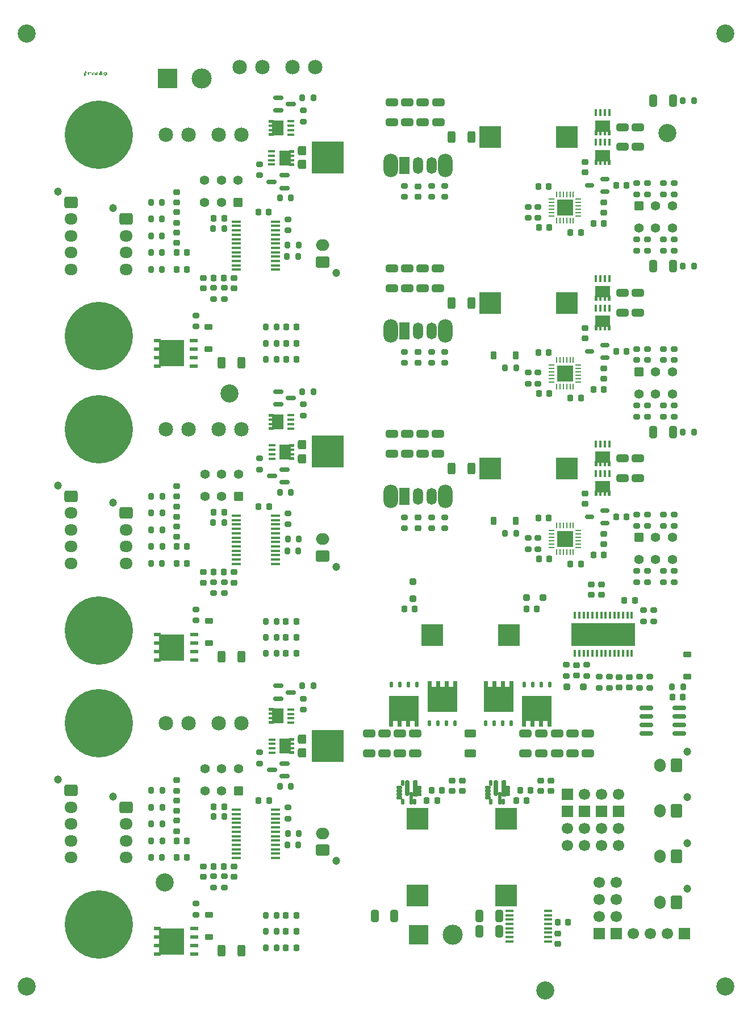
<source format=gbr>
%TF.GenerationSoftware,KiCad,Pcbnew,9.0.5*%
%TF.CreationDate,2025-10-30T19:19:09-04:00*%
%TF.ProjectId,powerdist,706f7765-7264-4697-9374-2e6b69636164,v1*%
%TF.SameCoordinates,Original*%
%TF.FileFunction,Soldermask,Top*%
%TF.FilePolarity,Negative*%
%FSLAX46Y46*%
G04 Gerber Fmt 4.6, Leading zero omitted, Abs format (unit mm)*
G04 Created by KiCad (PCBNEW 9.0.5) date 2025-10-30 19:19:09*
%MOMM*%
%LPD*%
G01*
G04 APERTURE LIST*
G04 Aperture macros list*
%AMRoundRect*
0 Rectangle with rounded corners*
0 $1 Rounding radius*
0 $2 $3 $4 $5 $6 $7 $8 $9 X,Y pos of 4 corners*
0 Add a 4 corners polygon primitive as box body*
4,1,4,$2,$3,$4,$5,$6,$7,$8,$9,$2,$3,0*
0 Add four circle primitives for the rounded corners*
1,1,$1+$1,$2,$3*
1,1,$1+$1,$4,$5*
1,1,$1+$1,$6,$7*
1,1,$1+$1,$8,$9*
0 Add four rect primitives between the rounded corners*
20,1,$1+$1,$2,$3,$4,$5,0*
20,1,$1+$1,$4,$5,$6,$7,0*
20,1,$1+$1,$6,$7,$8,$9,0*
20,1,$1+$1,$8,$9,$2,$3,0*%
%AMFreePoly0*
4,1,17,2.675000,1.605000,1.875000,1.605000,1.875000,0.935000,2.675000,0.935000,2.675000,0.335000,1.875000,0.335000,1.875000,-0.335000,2.675000,-0.335000,2.675000,-0.935000,1.875000,-0.935000,1.875000,-1.605000,2.675000,-1.605000,2.675000,-2.205000,-1.875000,-2.205000,-1.875000,2.205000,2.675000,2.205000,2.675000,1.605000,2.675000,1.605000,$1*%
%AMFreePoly1*
4,1,21,1.372500,0.787500,0.862500,0.787500,0.862500,0.532500,1.372500,0.532500,1.372500,0.127500,0.862500,0.127500,0.862500,-0.127500,1.372500,-0.127500,1.372500,-0.532500,0.862500,-0.532500,0.862500,-0.787500,1.372500,-0.787500,1.372500,-1.195000,0.612500,-1.195000,0.612500,-1.117500,-0.862500,-1.117500,-0.862500,1.117500,0.612500,1.117500,0.612500,1.195000,1.372500,1.195000,
1.372500,0.787500,1.372500,0.787500,$1*%
G04 Aperture macros list end*
%ADD10C,0.010000*%
%ADD11C,0.000000*%
%ADD12C,2.159000*%
%ADD13RoundRect,0.200000X0.275000X-0.200000X0.275000X0.200000X-0.275000X0.200000X-0.275000X-0.200000X0*%
%ADD14RoundRect,0.200000X0.200000X0.275000X-0.200000X0.275000X-0.200000X-0.275000X0.200000X-0.275000X0*%
%ADD15R,3.300000X3.175000*%
%ADD16RoundRect,0.218750X0.218750X0.256250X-0.218750X0.256250X-0.218750X-0.256250X0.218750X-0.256250X0*%
%ADD17RoundRect,0.250000X0.650000X-0.325000X0.650000X0.325000X-0.650000X0.325000X-0.650000X-0.325000X0*%
%ADD18RoundRect,0.200000X-0.275000X0.200000X-0.275000X-0.200000X0.275000X-0.200000X0.275000X0.200000X0*%
%ADD19RoundRect,0.200000X-0.200000X-0.275000X0.200000X-0.275000X0.200000X0.275000X-0.200000X0.275000X0*%
%ADD20RoundRect,0.250000X0.312500X0.625000X-0.312500X0.625000X-0.312500X-0.625000X0.312500X-0.625000X0*%
%ADD21C,1.200000*%
%ADD22RoundRect,0.250000X-0.725000X0.600000X-0.725000X-0.600000X0.725000X-0.600000X0.725000X0.600000X0*%
%ADD23O,1.950000X1.700000*%
%ADD24RoundRect,0.225000X-0.250000X0.225000X-0.250000X-0.225000X0.250000X-0.225000X0.250000X0.225000X0*%
%ADD25RoundRect,0.250000X0.750000X-0.600000X0.750000X0.600000X-0.750000X0.600000X-0.750000X-0.600000X0*%
%ADD26O,2.000000X1.700000*%
%ADD27RoundRect,0.225000X-0.225000X-0.250000X0.225000X-0.250000X0.225000X0.250000X-0.225000X0.250000X0*%
%ADD28R,0.400000X1.100000*%
%ADD29R,9.500000X3.400000*%
%ADD30FreePoly0,90.000000*%
%ADD31RoundRect,0.125000X0.125000X-0.300000X0.125000X0.300000X-0.125000X0.300000X-0.125000X-0.300000X0*%
%ADD32RoundRect,0.250000X-0.650000X0.325000X-0.650000X-0.325000X0.650000X-0.325000X0.650000X0.325000X0*%
%ADD33RoundRect,0.225000X0.225000X0.250000X-0.225000X0.250000X-0.225000X-0.250000X0.225000X-0.250000X0*%
%ADD34RoundRect,0.225000X0.250000X-0.225000X0.250000X0.225000X-0.250000X0.225000X-0.250000X-0.225000X0*%
%ADD35C,2.700000*%
%ADD36RoundRect,0.250000X0.325000X0.650000X-0.325000X0.650000X-0.325000X-0.650000X0.325000X-0.650000X0*%
%ADD37RoundRect,0.150000X-0.587500X-0.150000X0.587500X-0.150000X0.587500X0.150000X-0.587500X0.150000X0*%
%ADD38R,1.700000X1.700000*%
%ADD39C,1.700000*%
%ADD40RoundRect,0.250000X0.600000X0.750000X-0.600000X0.750000X-0.600000X-0.750000X0.600000X-0.750000X0*%
%ADD41O,1.700000X2.000000*%
%ADD42RoundRect,0.225000X-0.375000X0.225000X-0.375000X-0.225000X0.375000X-0.225000X0.375000X0.225000X0*%
%ADD43RoundRect,0.250000X-0.625000X0.312500X-0.625000X-0.312500X0.625000X-0.312500X0.625000X0.312500X0*%
%ADD44R,0.990000X0.405000*%
%ADD45FreePoly1,0.000000*%
%ADD46RoundRect,0.250000X-0.450000X-0.450000X0.450000X-0.450000X0.450000X0.450000X-0.450000X0.450000X0*%
%ADD47C,1.400000*%
%ADD48RoundRect,0.225000X-0.225000X-0.375000X0.225000X-0.375000X0.225000X0.375000X-0.225000X0.375000X0*%
%ADD49RoundRect,0.317500X0.317500X-0.382500X0.317500X0.382500X-0.317500X0.382500X-0.317500X-0.382500X0*%
%ADD50R,4.720000X4.800000*%
%ADD51R,0.405000X0.990000*%
%ADD52FreePoly1,270.000000*%
%ADD53O,2.200000X3.500000*%
%ADD54R,1.500000X2.500000*%
%ADD55O,1.500000X2.500000*%
%ADD56RoundRect,0.225000X0.375000X-0.225000X0.375000X0.225000X-0.375000X0.225000X-0.375000X-0.225000X0*%
%ADD57R,3.175000X3.300000*%
%ADD58RoundRect,0.150000X0.512500X0.150000X-0.512500X0.150000X-0.512500X-0.150000X0.512500X-0.150000X0*%
%ADD59R,1.460500X0.355600*%
%ADD60RoundRect,0.062500X-0.325000X-0.062500X0.325000X-0.062500X0.325000X0.062500X-0.325000X0.062500X0*%
%ADD61RoundRect,0.062500X-0.062500X-0.325000X0.062500X-0.325000X0.062500X0.325000X-0.062500X0.325000X0*%
%ADD62R,2.450000X2.450000*%
%ADD63RoundRect,0.113500X-0.288500X-0.113500X0.288500X-0.113500X0.288500X0.113500X-0.288500X0.113500X0*%
%ADD64RoundRect,0.113500X-0.113500X-0.288500X0.113500X-0.288500X0.113500X0.288500X-0.113500X0.288500X0*%
%ADD65RoundRect,0.113500X-0.113500X-0.838500X0.113500X-0.838500X0.113500X0.838500X-0.113500X0.838500X0*%
%ADD66RoundRect,0.151000X-0.151000X-1.001000X0.151000X-1.001000X0.151000X1.001000X-0.151000X1.001000X0*%
%ADD67RoundRect,0.250000X0.250000X0.250000X-0.250000X0.250000X-0.250000X-0.250000X0.250000X-0.250000X0*%
%ADD68RoundRect,0.250000X-0.250000X-0.250000X0.250000X-0.250000X0.250000X0.250000X-0.250000X0.250000X0*%
%ADD69FreePoly0,270.000000*%
%ADD70RoundRect,0.125000X-0.125000X0.300000X-0.125000X-0.300000X0.125000X-0.300000X0.125000X0.300000X0*%
%ADD71RoundRect,0.150000X0.587500X0.150000X-0.587500X0.150000X-0.587500X-0.150000X0.587500X-0.150000X0*%
%ADD72RoundRect,0.250000X0.450000X0.450000X-0.450000X0.450000X-0.450000X-0.450000X0.450000X-0.450000X0*%
%ADD73R,1.270000X0.610000*%
%ADD74R,3.810000X3.910000*%
%ADD75R,1.020000X0.610000*%
%ADD76FreePoly1,180.000000*%
%ADD77R,3.000000X3.000000*%
%ADD78C,3.000000*%
%ADD79C,10.160000*%
%ADD80RoundRect,0.250000X-0.250000X0.250000X-0.250000X-0.250000X0.250000X-0.250000X0.250000X0.250000X0*%
%ADD81RoundRect,0.150000X-0.825000X-0.150000X0.825000X-0.150000X0.825000X0.150000X-0.825000X0.150000X0*%
%ADD82O,1.200000X0.399999*%
G04 APERTURE END LIST*
D10*
%TO.C,U11*%
X111816000Y-180601000D02*
X111823000Y-180602000D01*
X111831000Y-180603000D01*
X111839000Y-180605000D01*
X111846000Y-180607000D01*
X111854000Y-180610000D01*
X111861000Y-180613000D01*
X111868000Y-180616000D01*
X111875000Y-180620000D01*
X111882000Y-180624000D01*
X111888000Y-180629000D01*
X111894000Y-180633000D01*
X111900000Y-180639000D01*
X111906000Y-180644000D01*
X111911000Y-180650000D01*
X111917000Y-180656000D01*
X111921000Y-180662000D01*
X111926000Y-180668000D01*
X111930000Y-180675000D01*
X111934000Y-180682000D01*
X111937000Y-180689000D01*
X111940000Y-180696000D01*
X111943000Y-180704000D01*
X111945000Y-180711000D01*
X111947000Y-180719000D01*
X111948000Y-180727000D01*
X111949000Y-180734000D01*
X111950000Y-180742000D01*
X111950000Y-180750000D01*
X111950000Y-181425000D01*
X112360000Y-181425000D01*
X112368000Y-181425000D01*
X112376000Y-181426000D01*
X112383000Y-181427000D01*
X112391000Y-181428000D01*
X112399000Y-181430000D01*
X112406000Y-181432000D01*
X112414000Y-181435000D01*
X112421000Y-181438000D01*
X112428000Y-181441000D01*
X112435000Y-181445000D01*
X112442000Y-181449000D01*
X112448000Y-181454000D01*
X112454000Y-181458000D01*
X112460000Y-181464000D01*
X112466000Y-181469000D01*
X112471000Y-181475000D01*
X112477000Y-181481000D01*
X112481000Y-181487000D01*
X112486000Y-181493000D01*
X112490000Y-181500000D01*
X112494000Y-181507000D01*
X112497000Y-181514000D01*
X112500000Y-181521000D01*
X112503000Y-181529000D01*
X112505000Y-181536000D01*
X112507000Y-181544000D01*
X112508000Y-181552000D01*
X112509000Y-181559000D01*
X112510000Y-181567000D01*
X112510000Y-181575000D01*
X112510000Y-181725000D01*
X112510000Y-181733000D01*
X112509000Y-181741000D01*
X112508000Y-181748000D01*
X112507000Y-181756000D01*
X112505000Y-181764000D01*
X112503000Y-181771000D01*
X112500000Y-181779000D01*
X112497000Y-181786000D01*
X112494000Y-181793000D01*
X112490000Y-181800000D01*
X112486000Y-181807000D01*
X112481000Y-181813000D01*
X112477000Y-181819000D01*
X112471000Y-181825000D01*
X112466000Y-181831000D01*
X112460000Y-181836000D01*
X112454000Y-181842000D01*
X112448000Y-181846000D01*
X112442000Y-181851000D01*
X112435000Y-181855000D01*
X112428000Y-181859000D01*
X112421000Y-181862000D01*
X112414000Y-181865000D01*
X112406000Y-181868000D01*
X112399000Y-181870000D01*
X112391000Y-181872000D01*
X112383000Y-181873000D01*
X112376000Y-181874000D01*
X112368000Y-181875000D01*
X112360000Y-181875000D01*
X111950000Y-181875000D01*
X111950000Y-181925000D01*
X112360000Y-181925000D01*
X112368000Y-181925000D01*
X112376000Y-181926000D01*
X112383000Y-181927000D01*
X112391000Y-181928000D01*
X112399000Y-181930000D01*
X112406000Y-181932000D01*
X112414000Y-181935000D01*
X112421000Y-181938000D01*
X112428000Y-181941000D01*
X112435000Y-181945000D01*
X112442000Y-181949000D01*
X112448000Y-181954000D01*
X112454000Y-181958000D01*
X112460000Y-181964000D01*
X112466000Y-181969000D01*
X112471000Y-181975000D01*
X112477000Y-181981000D01*
X112481000Y-181987000D01*
X112486000Y-181993000D01*
X112490000Y-182000000D01*
X112494000Y-182007000D01*
X112497000Y-182014000D01*
X112500000Y-182021000D01*
X112503000Y-182029000D01*
X112505000Y-182036000D01*
X112507000Y-182044000D01*
X112508000Y-182052000D01*
X112509000Y-182059000D01*
X112510000Y-182067000D01*
X112510000Y-182075000D01*
X112510000Y-182225000D01*
X112510000Y-182233000D01*
X112509000Y-182241000D01*
X112508000Y-182248000D01*
X112507000Y-182256000D01*
X112505000Y-182264000D01*
X112503000Y-182271000D01*
X112500000Y-182279000D01*
X112497000Y-182286000D01*
X112494000Y-182293000D01*
X112490000Y-182300000D01*
X112486000Y-182307000D01*
X112481000Y-182313000D01*
X112477000Y-182319000D01*
X112471000Y-182325000D01*
X112466000Y-182331000D01*
X112460000Y-182336000D01*
X112454000Y-182342000D01*
X112448000Y-182346000D01*
X112442000Y-182351000D01*
X112435000Y-182355000D01*
X112428000Y-182359000D01*
X112421000Y-182362000D01*
X112414000Y-182365000D01*
X112406000Y-182368000D01*
X112399000Y-182370000D01*
X112391000Y-182372000D01*
X112383000Y-182373000D01*
X112376000Y-182374000D01*
X112368000Y-182375000D01*
X112360000Y-182375000D01*
X111950000Y-182375000D01*
X111950000Y-182425000D01*
X112360000Y-182425000D01*
X112367000Y-182426000D01*
X112376000Y-182427000D01*
X112384000Y-182429000D01*
X112392000Y-182431000D01*
X112401000Y-182433000D01*
X112409000Y-182436000D01*
X112416000Y-182440000D01*
X112424000Y-182444000D01*
X112431000Y-182448000D01*
X112439000Y-182452000D01*
X112446000Y-182457000D01*
X112452000Y-182463000D01*
X112459000Y-182468000D01*
X112465000Y-182474000D01*
X112471000Y-182481000D01*
X112476000Y-182487000D01*
X112481000Y-182494000D01*
X112486000Y-182501000D01*
X112490000Y-182508000D01*
X112494000Y-182516000D01*
X112498000Y-182524000D01*
X112501000Y-182532000D01*
X112503000Y-182540000D01*
X112506000Y-182548000D01*
X112507000Y-182556000D01*
X112509000Y-182565000D01*
X112510000Y-182573000D01*
X112510000Y-182582000D01*
X112510000Y-182590000D01*
X112510000Y-182600000D01*
X112510000Y-182700000D01*
X112510000Y-182710000D01*
X112510000Y-182718000D01*
X112510000Y-182727000D01*
X112509000Y-182735000D01*
X112507000Y-182744000D01*
X112506000Y-182752000D01*
X112503000Y-182760000D01*
X112501000Y-182768000D01*
X112498000Y-182776000D01*
X112494000Y-182784000D01*
X112490000Y-182792000D01*
X112486000Y-182799000D01*
X112481000Y-182806000D01*
X112476000Y-182813000D01*
X112471000Y-182819000D01*
X112465000Y-182826000D01*
X112459000Y-182832000D01*
X112452000Y-182837000D01*
X112446000Y-182843000D01*
X112439000Y-182848000D01*
X112431000Y-182852000D01*
X112424000Y-182856000D01*
X112416000Y-182860000D01*
X112409000Y-182864000D01*
X112401000Y-182867000D01*
X112392000Y-182869000D01*
X112384000Y-182871000D01*
X112376000Y-182873000D01*
X112367000Y-182874000D01*
X112360000Y-182875000D01*
X111950000Y-182875000D01*
X111950000Y-182900000D01*
X111500000Y-182900000D01*
X111492000Y-182900000D01*
X111484000Y-182899000D01*
X111477000Y-182898000D01*
X111469000Y-182897000D01*
X111461000Y-182895000D01*
X111454000Y-182893000D01*
X111446000Y-182890000D01*
X111439000Y-182887000D01*
X111432000Y-182884000D01*
X111425000Y-182880000D01*
X111418000Y-182876000D01*
X111412000Y-182871000D01*
X111406000Y-182867000D01*
X111400000Y-182861000D01*
X111394000Y-182856000D01*
X111389000Y-182850000D01*
X111383000Y-182844000D01*
X111379000Y-182838000D01*
X111374000Y-182832000D01*
X111370000Y-182825000D01*
X111366000Y-182818000D01*
X111363000Y-182811000D01*
X111360000Y-182804000D01*
X111357000Y-182796000D01*
X111355000Y-182789000D01*
X111353000Y-182781000D01*
X111352000Y-182773000D01*
X111351000Y-182766000D01*
X111350000Y-182758000D01*
X111350000Y-182750000D01*
X111350000Y-180750000D01*
X111350000Y-180742000D01*
X111351000Y-180734000D01*
X111352000Y-180727000D01*
X111353000Y-180719000D01*
X111355000Y-180711000D01*
X111357000Y-180704000D01*
X111360000Y-180696000D01*
X111363000Y-180689000D01*
X111366000Y-180682000D01*
X111370000Y-180675000D01*
X111374000Y-180668000D01*
X111379000Y-180662000D01*
X111383000Y-180656000D01*
X111389000Y-180650000D01*
X111394000Y-180644000D01*
X111400000Y-180639000D01*
X111406000Y-180633000D01*
X111412000Y-180629000D01*
X111418000Y-180624000D01*
X111425000Y-180620000D01*
X111432000Y-180616000D01*
X111439000Y-180613000D01*
X111446000Y-180610000D01*
X111454000Y-180607000D01*
X111461000Y-180605000D01*
X111469000Y-180603000D01*
X111477000Y-180602000D01*
X111484000Y-180601000D01*
X111492000Y-180600000D01*
X111500000Y-180600000D01*
X111800000Y-180600000D01*
X111808000Y-180600000D01*
X111816000Y-180601000D01*
G36*
X111816000Y-180601000D02*
G01*
X111823000Y-180602000D01*
X111831000Y-180603000D01*
X111839000Y-180605000D01*
X111846000Y-180607000D01*
X111854000Y-180610000D01*
X111861000Y-180613000D01*
X111868000Y-180616000D01*
X111875000Y-180620000D01*
X111882000Y-180624000D01*
X111888000Y-180629000D01*
X111894000Y-180633000D01*
X111900000Y-180639000D01*
X111906000Y-180644000D01*
X111911000Y-180650000D01*
X111917000Y-180656000D01*
X111921000Y-180662000D01*
X111926000Y-180668000D01*
X111930000Y-180675000D01*
X111934000Y-180682000D01*
X111937000Y-180689000D01*
X111940000Y-180696000D01*
X111943000Y-180704000D01*
X111945000Y-180711000D01*
X111947000Y-180719000D01*
X111948000Y-180727000D01*
X111949000Y-180734000D01*
X111950000Y-180742000D01*
X111950000Y-180750000D01*
X111950000Y-181425000D01*
X112360000Y-181425000D01*
X112368000Y-181425000D01*
X112376000Y-181426000D01*
X112383000Y-181427000D01*
X112391000Y-181428000D01*
X112399000Y-181430000D01*
X112406000Y-181432000D01*
X112414000Y-181435000D01*
X112421000Y-181438000D01*
X112428000Y-181441000D01*
X112435000Y-181445000D01*
X112442000Y-181449000D01*
X112448000Y-181454000D01*
X112454000Y-181458000D01*
X112460000Y-181464000D01*
X112466000Y-181469000D01*
X112471000Y-181475000D01*
X112477000Y-181481000D01*
X112481000Y-181487000D01*
X112486000Y-181493000D01*
X112490000Y-181500000D01*
X112494000Y-181507000D01*
X112497000Y-181514000D01*
X112500000Y-181521000D01*
X112503000Y-181529000D01*
X112505000Y-181536000D01*
X112507000Y-181544000D01*
X112508000Y-181552000D01*
X112509000Y-181559000D01*
X112510000Y-181567000D01*
X112510000Y-181575000D01*
X112510000Y-181725000D01*
X112510000Y-181733000D01*
X112509000Y-181741000D01*
X112508000Y-181748000D01*
X112507000Y-181756000D01*
X112505000Y-181764000D01*
X112503000Y-181771000D01*
X112500000Y-181779000D01*
X112497000Y-181786000D01*
X112494000Y-181793000D01*
X112490000Y-181800000D01*
X112486000Y-181807000D01*
X112481000Y-181813000D01*
X112477000Y-181819000D01*
X112471000Y-181825000D01*
X112466000Y-181831000D01*
X112460000Y-181836000D01*
X112454000Y-181842000D01*
X112448000Y-181846000D01*
X112442000Y-181851000D01*
X112435000Y-181855000D01*
X112428000Y-181859000D01*
X112421000Y-181862000D01*
X112414000Y-181865000D01*
X112406000Y-181868000D01*
X112399000Y-181870000D01*
X112391000Y-181872000D01*
X112383000Y-181873000D01*
X112376000Y-181874000D01*
X112368000Y-181875000D01*
X112360000Y-181875000D01*
X111950000Y-181875000D01*
X111950000Y-181925000D01*
X112360000Y-181925000D01*
X112368000Y-181925000D01*
X112376000Y-181926000D01*
X112383000Y-181927000D01*
X112391000Y-181928000D01*
X112399000Y-181930000D01*
X112406000Y-181932000D01*
X112414000Y-181935000D01*
X112421000Y-181938000D01*
X112428000Y-181941000D01*
X112435000Y-181945000D01*
X112442000Y-181949000D01*
X112448000Y-181954000D01*
X112454000Y-181958000D01*
X112460000Y-181964000D01*
X112466000Y-181969000D01*
X112471000Y-181975000D01*
X112477000Y-181981000D01*
X112481000Y-181987000D01*
X112486000Y-181993000D01*
X112490000Y-182000000D01*
X112494000Y-182007000D01*
X112497000Y-182014000D01*
X112500000Y-182021000D01*
X112503000Y-182029000D01*
X112505000Y-182036000D01*
X112507000Y-182044000D01*
X112508000Y-182052000D01*
X112509000Y-182059000D01*
X112510000Y-182067000D01*
X112510000Y-182075000D01*
X112510000Y-182225000D01*
X112510000Y-182233000D01*
X112509000Y-182241000D01*
X112508000Y-182248000D01*
X112507000Y-182256000D01*
X112505000Y-182264000D01*
X112503000Y-182271000D01*
X112500000Y-182279000D01*
X112497000Y-182286000D01*
X112494000Y-182293000D01*
X112490000Y-182300000D01*
X112486000Y-182307000D01*
X112481000Y-182313000D01*
X112477000Y-182319000D01*
X112471000Y-182325000D01*
X112466000Y-182331000D01*
X112460000Y-182336000D01*
X112454000Y-182342000D01*
X112448000Y-182346000D01*
X112442000Y-182351000D01*
X112435000Y-182355000D01*
X112428000Y-182359000D01*
X112421000Y-182362000D01*
X112414000Y-182365000D01*
X112406000Y-182368000D01*
X112399000Y-182370000D01*
X112391000Y-182372000D01*
X112383000Y-182373000D01*
X112376000Y-182374000D01*
X112368000Y-182375000D01*
X112360000Y-182375000D01*
X111950000Y-182375000D01*
X111950000Y-182425000D01*
X112360000Y-182425000D01*
X112367000Y-182426000D01*
X112376000Y-182427000D01*
X112384000Y-182429000D01*
X112392000Y-182431000D01*
X112401000Y-182433000D01*
X112409000Y-182436000D01*
X112416000Y-182440000D01*
X112424000Y-182444000D01*
X112431000Y-182448000D01*
X112439000Y-182452000D01*
X112446000Y-182457000D01*
X112452000Y-182463000D01*
X112459000Y-182468000D01*
X112465000Y-182474000D01*
X112471000Y-182481000D01*
X112476000Y-182487000D01*
X112481000Y-182494000D01*
X112486000Y-182501000D01*
X112490000Y-182508000D01*
X112494000Y-182516000D01*
X112498000Y-182524000D01*
X112501000Y-182532000D01*
X112503000Y-182540000D01*
X112506000Y-182548000D01*
X112507000Y-182556000D01*
X112509000Y-182565000D01*
X112510000Y-182573000D01*
X112510000Y-182582000D01*
X112510000Y-182590000D01*
X112510000Y-182600000D01*
X112510000Y-182700000D01*
X112510000Y-182710000D01*
X112510000Y-182718000D01*
X112510000Y-182727000D01*
X112509000Y-182735000D01*
X112507000Y-182744000D01*
X112506000Y-182752000D01*
X112503000Y-182760000D01*
X112501000Y-182768000D01*
X112498000Y-182776000D01*
X112494000Y-182784000D01*
X112490000Y-182792000D01*
X112486000Y-182799000D01*
X112481000Y-182806000D01*
X112476000Y-182813000D01*
X112471000Y-182819000D01*
X112465000Y-182826000D01*
X112459000Y-182832000D01*
X112452000Y-182837000D01*
X112446000Y-182843000D01*
X112439000Y-182848000D01*
X112431000Y-182852000D01*
X112424000Y-182856000D01*
X112416000Y-182860000D01*
X112409000Y-182864000D01*
X112401000Y-182867000D01*
X112392000Y-182869000D01*
X112384000Y-182871000D01*
X112376000Y-182873000D01*
X112367000Y-182874000D01*
X112360000Y-182875000D01*
X111950000Y-182875000D01*
X111950000Y-182900000D01*
X111500000Y-182900000D01*
X111492000Y-182900000D01*
X111484000Y-182899000D01*
X111477000Y-182898000D01*
X111469000Y-182897000D01*
X111461000Y-182895000D01*
X111454000Y-182893000D01*
X111446000Y-182890000D01*
X111439000Y-182887000D01*
X111432000Y-182884000D01*
X111425000Y-182880000D01*
X111418000Y-182876000D01*
X111412000Y-182871000D01*
X111406000Y-182867000D01*
X111400000Y-182861000D01*
X111394000Y-182856000D01*
X111389000Y-182850000D01*
X111383000Y-182844000D01*
X111379000Y-182838000D01*
X111374000Y-182832000D01*
X111370000Y-182825000D01*
X111366000Y-182818000D01*
X111363000Y-182811000D01*
X111360000Y-182804000D01*
X111357000Y-182796000D01*
X111355000Y-182789000D01*
X111353000Y-182781000D01*
X111352000Y-182773000D01*
X111351000Y-182766000D01*
X111350000Y-182758000D01*
X111350000Y-182750000D01*
X111350000Y-180750000D01*
X111350000Y-180742000D01*
X111351000Y-180734000D01*
X111352000Y-180727000D01*
X111353000Y-180719000D01*
X111355000Y-180711000D01*
X111357000Y-180704000D01*
X111360000Y-180696000D01*
X111363000Y-180689000D01*
X111366000Y-180682000D01*
X111370000Y-180675000D01*
X111374000Y-180668000D01*
X111379000Y-180662000D01*
X111383000Y-180656000D01*
X111389000Y-180650000D01*
X111394000Y-180644000D01*
X111400000Y-180639000D01*
X111406000Y-180633000D01*
X111412000Y-180629000D01*
X111418000Y-180624000D01*
X111425000Y-180620000D01*
X111432000Y-180616000D01*
X111439000Y-180613000D01*
X111446000Y-180610000D01*
X111454000Y-180607000D01*
X111461000Y-180605000D01*
X111469000Y-180603000D01*
X111477000Y-180602000D01*
X111484000Y-180601000D01*
X111492000Y-180600000D01*
X111500000Y-180600000D01*
X111800000Y-180600000D01*
X111808000Y-180600000D01*
X111816000Y-180601000D01*
G37*
%TO.C,U10*%
X125016000Y-180601000D02*
X125023000Y-180602000D01*
X125031000Y-180603000D01*
X125039000Y-180605000D01*
X125046000Y-180607000D01*
X125054000Y-180610000D01*
X125061000Y-180613000D01*
X125068000Y-180616000D01*
X125075000Y-180620000D01*
X125082000Y-180624000D01*
X125088000Y-180629000D01*
X125094000Y-180633000D01*
X125100000Y-180639000D01*
X125106000Y-180644000D01*
X125111000Y-180650000D01*
X125117000Y-180656000D01*
X125121000Y-180662000D01*
X125126000Y-180668000D01*
X125130000Y-180675000D01*
X125134000Y-180682000D01*
X125137000Y-180689000D01*
X125140000Y-180696000D01*
X125143000Y-180704000D01*
X125145000Y-180711000D01*
X125147000Y-180719000D01*
X125148000Y-180727000D01*
X125149000Y-180734000D01*
X125150000Y-180742000D01*
X125150000Y-180750000D01*
X125150000Y-181425000D01*
X125560000Y-181425000D01*
X125568000Y-181425000D01*
X125576000Y-181426000D01*
X125583000Y-181427000D01*
X125591000Y-181428000D01*
X125599000Y-181430000D01*
X125606000Y-181432000D01*
X125614000Y-181435000D01*
X125621000Y-181438000D01*
X125628000Y-181441000D01*
X125635000Y-181445000D01*
X125642000Y-181449000D01*
X125648000Y-181454000D01*
X125654000Y-181458000D01*
X125660000Y-181464000D01*
X125666000Y-181469000D01*
X125671000Y-181475000D01*
X125677000Y-181481000D01*
X125681000Y-181487000D01*
X125686000Y-181493000D01*
X125690000Y-181500000D01*
X125694000Y-181507000D01*
X125697000Y-181514000D01*
X125700000Y-181521000D01*
X125703000Y-181529000D01*
X125705000Y-181536000D01*
X125707000Y-181544000D01*
X125708000Y-181552000D01*
X125709000Y-181559000D01*
X125710000Y-181567000D01*
X125710000Y-181575000D01*
X125710000Y-181725000D01*
X125710000Y-181733000D01*
X125709000Y-181741000D01*
X125708000Y-181748000D01*
X125707000Y-181756000D01*
X125705000Y-181764000D01*
X125703000Y-181771000D01*
X125700000Y-181779000D01*
X125697000Y-181786000D01*
X125694000Y-181793000D01*
X125690000Y-181800000D01*
X125686000Y-181807000D01*
X125681000Y-181813000D01*
X125677000Y-181819000D01*
X125671000Y-181825000D01*
X125666000Y-181831000D01*
X125660000Y-181836000D01*
X125654000Y-181842000D01*
X125648000Y-181846000D01*
X125642000Y-181851000D01*
X125635000Y-181855000D01*
X125628000Y-181859000D01*
X125621000Y-181862000D01*
X125614000Y-181865000D01*
X125606000Y-181868000D01*
X125599000Y-181870000D01*
X125591000Y-181872000D01*
X125583000Y-181873000D01*
X125576000Y-181874000D01*
X125568000Y-181875000D01*
X125560000Y-181875000D01*
X125150000Y-181875000D01*
X125150000Y-181925000D01*
X125560000Y-181925000D01*
X125568000Y-181925000D01*
X125576000Y-181926000D01*
X125583000Y-181927000D01*
X125591000Y-181928000D01*
X125599000Y-181930000D01*
X125606000Y-181932000D01*
X125614000Y-181935000D01*
X125621000Y-181938000D01*
X125628000Y-181941000D01*
X125635000Y-181945000D01*
X125642000Y-181949000D01*
X125648000Y-181954000D01*
X125654000Y-181958000D01*
X125660000Y-181964000D01*
X125666000Y-181969000D01*
X125671000Y-181975000D01*
X125677000Y-181981000D01*
X125681000Y-181987000D01*
X125686000Y-181993000D01*
X125690000Y-182000000D01*
X125694000Y-182007000D01*
X125697000Y-182014000D01*
X125700000Y-182021000D01*
X125703000Y-182029000D01*
X125705000Y-182036000D01*
X125707000Y-182044000D01*
X125708000Y-182052000D01*
X125709000Y-182059000D01*
X125710000Y-182067000D01*
X125710000Y-182075000D01*
X125710000Y-182225000D01*
X125710000Y-182233000D01*
X125709000Y-182241000D01*
X125708000Y-182248000D01*
X125707000Y-182256000D01*
X125705000Y-182264000D01*
X125703000Y-182271000D01*
X125700000Y-182279000D01*
X125697000Y-182286000D01*
X125694000Y-182293000D01*
X125690000Y-182300000D01*
X125686000Y-182307000D01*
X125681000Y-182313000D01*
X125677000Y-182319000D01*
X125671000Y-182325000D01*
X125666000Y-182331000D01*
X125660000Y-182336000D01*
X125654000Y-182342000D01*
X125648000Y-182346000D01*
X125642000Y-182351000D01*
X125635000Y-182355000D01*
X125628000Y-182359000D01*
X125621000Y-182362000D01*
X125614000Y-182365000D01*
X125606000Y-182368000D01*
X125599000Y-182370000D01*
X125591000Y-182372000D01*
X125583000Y-182373000D01*
X125576000Y-182374000D01*
X125568000Y-182375000D01*
X125560000Y-182375000D01*
X125150000Y-182375000D01*
X125150000Y-182425000D01*
X125560000Y-182425000D01*
X125567000Y-182426000D01*
X125576000Y-182427000D01*
X125584000Y-182429000D01*
X125592000Y-182431000D01*
X125601000Y-182433000D01*
X125609000Y-182436000D01*
X125616000Y-182440000D01*
X125624000Y-182444000D01*
X125631000Y-182448000D01*
X125639000Y-182452000D01*
X125646000Y-182457000D01*
X125652000Y-182463000D01*
X125659000Y-182468000D01*
X125665000Y-182474000D01*
X125671000Y-182481000D01*
X125676000Y-182487000D01*
X125681000Y-182494000D01*
X125686000Y-182501000D01*
X125690000Y-182508000D01*
X125694000Y-182516000D01*
X125698000Y-182524000D01*
X125701000Y-182532000D01*
X125703000Y-182540000D01*
X125706000Y-182548000D01*
X125707000Y-182556000D01*
X125709000Y-182565000D01*
X125710000Y-182573000D01*
X125710000Y-182582000D01*
X125710000Y-182590000D01*
X125710000Y-182600000D01*
X125710000Y-182700000D01*
X125710000Y-182710000D01*
X125710000Y-182718000D01*
X125710000Y-182727000D01*
X125709000Y-182735000D01*
X125707000Y-182744000D01*
X125706000Y-182752000D01*
X125703000Y-182760000D01*
X125701000Y-182768000D01*
X125698000Y-182776000D01*
X125694000Y-182784000D01*
X125690000Y-182792000D01*
X125686000Y-182799000D01*
X125681000Y-182806000D01*
X125676000Y-182813000D01*
X125671000Y-182819000D01*
X125665000Y-182826000D01*
X125659000Y-182832000D01*
X125652000Y-182837000D01*
X125646000Y-182843000D01*
X125639000Y-182848000D01*
X125631000Y-182852000D01*
X125624000Y-182856000D01*
X125616000Y-182860000D01*
X125609000Y-182864000D01*
X125601000Y-182867000D01*
X125592000Y-182869000D01*
X125584000Y-182871000D01*
X125576000Y-182873000D01*
X125567000Y-182874000D01*
X125560000Y-182875000D01*
X125150000Y-182875000D01*
X125150000Y-182900000D01*
X124700000Y-182900000D01*
X124692000Y-182900000D01*
X124684000Y-182899000D01*
X124677000Y-182898000D01*
X124669000Y-182897000D01*
X124661000Y-182895000D01*
X124654000Y-182893000D01*
X124646000Y-182890000D01*
X124639000Y-182887000D01*
X124632000Y-182884000D01*
X124625000Y-182880000D01*
X124618000Y-182876000D01*
X124612000Y-182871000D01*
X124606000Y-182867000D01*
X124600000Y-182861000D01*
X124594000Y-182856000D01*
X124589000Y-182850000D01*
X124583000Y-182844000D01*
X124579000Y-182838000D01*
X124574000Y-182832000D01*
X124570000Y-182825000D01*
X124566000Y-182818000D01*
X124563000Y-182811000D01*
X124560000Y-182804000D01*
X124557000Y-182796000D01*
X124555000Y-182789000D01*
X124553000Y-182781000D01*
X124552000Y-182773000D01*
X124551000Y-182766000D01*
X124550000Y-182758000D01*
X124550000Y-182750000D01*
X124550000Y-180750000D01*
X124550000Y-180742000D01*
X124551000Y-180734000D01*
X124552000Y-180727000D01*
X124553000Y-180719000D01*
X124555000Y-180711000D01*
X124557000Y-180704000D01*
X124560000Y-180696000D01*
X124563000Y-180689000D01*
X124566000Y-180682000D01*
X124570000Y-180675000D01*
X124574000Y-180668000D01*
X124579000Y-180662000D01*
X124583000Y-180656000D01*
X124589000Y-180650000D01*
X124594000Y-180644000D01*
X124600000Y-180639000D01*
X124606000Y-180633000D01*
X124612000Y-180629000D01*
X124618000Y-180624000D01*
X124625000Y-180620000D01*
X124632000Y-180616000D01*
X124639000Y-180613000D01*
X124646000Y-180610000D01*
X124654000Y-180607000D01*
X124661000Y-180605000D01*
X124669000Y-180603000D01*
X124677000Y-180602000D01*
X124684000Y-180601000D01*
X124692000Y-180600000D01*
X124700000Y-180600000D01*
X125000000Y-180600000D01*
X125008000Y-180600000D01*
X125016000Y-180601000D01*
G36*
X125016000Y-180601000D02*
G01*
X125023000Y-180602000D01*
X125031000Y-180603000D01*
X125039000Y-180605000D01*
X125046000Y-180607000D01*
X125054000Y-180610000D01*
X125061000Y-180613000D01*
X125068000Y-180616000D01*
X125075000Y-180620000D01*
X125082000Y-180624000D01*
X125088000Y-180629000D01*
X125094000Y-180633000D01*
X125100000Y-180639000D01*
X125106000Y-180644000D01*
X125111000Y-180650000D01*
X125117000Y-180656000D01*
X125121000Y-180662000D01*
X125126000Y-180668000D01*
X125130000Y-180675000D01*
X125134000Y-180682000D01*
X125137000Y-180689000D01*
X125140000Y-180696000D01*
X125143000Y-180704000D01*
X125145000Y-180711000D01*
X125147000Y-180719000D01*
X125148000Y-180727000D01*
X125149000Y-180734000D01*
X125150000Y-180742000D01*
X125150000Y-180750000D01*
X125150000Y-181425000D01*
X125560000Y-181425000D01*
X125568000Y-181425000D01*
X125576000Y-181426000D01*
X125583000Y-181427000D01*
X125591000Y-181428000D01*
X125599000Y-181430000D01*
X125606000Y-181432000D01*
X125614000Y-181435000D01*
X125621000Y-181438000D01*
X125628000Y-181441000D01*
X125635000Y-181445000D01*
X125642000Y-181449000D01*
X125648000Y-181454000D01*
X125654000Y-181458000D01*
X125660000Y-181464000D01*
X125666000Y-181469000D01*
X125671000Y-181475000D01*
X125677000Y-181481000D01*
X125681000Y-181487000D01*
X125686000Y-181493000D01*
X125690000Y-181500000D01*
X125694000Y-181507000D01*
X125697000Y-181514000D01*
X125700000Y-181521000D01*
X125703000Y-181529000D01*
X125705000Y-181536000D01*
X125707000Y-181544000D01*
X125708000Y-181552000D01*
X125709000Y-181559000D01*
X125710000Y-181567000D01*
X125710000Y-181575000D01*
X125710000Y-181725000D01*
X125710000Y-181733000D01*
X125709000Y-181741000D01*
X125708000Y-181748000D01*
X125707000Y-181756000D01*
X125705000Y-181764000D01*
X125703000Y-181771000D01*
X125700000Y-181779000D01*
X125697000Y-181786000D01*
X125694000Y-181793000D01*
X125690000Y-181800000D01*
X125686000Y-181807000D01*
X125681000Y-181813000D01*
X125677000Y-181819000D01*
X125671000Y-181825000D01*
X125666000Y-181831000D01*
X125660000Y-181836000D01*
X125654000Y-181842000D01*
X125648000Y-181846000D01*
X125642000Y-181851000D01*
X125635000Y-181855000D01*
X125628000Y-181859000D01*
X125621000Y-181862000D01*
X125614000Y-181865000D01*
X125606000Y-181868000D01*
X125599000Y-181870000D01*
X125591000Y-181872000D01*
X125583000Y-181873000D01*
X125576000Y-181874000D01*
X125568000Y-181875000D01*
X125560000Y-181875000D01*
X125150000Y-181875000D01*
X125150000Y-181925000D01*
X125560000Y-181925000D01*
X125568000Y-181925000D01*
X125576000Y-181926000D01*
X125583000Y-181927000D01*
X125591000Y-181928000D01*
X125599000Y-181930000D01*
X125606000Y-181932000D01*
X125614000Y-181935000D01*
X125621000Y-181938000D01*
X125628000Y-181941000D01*
X125635000Y-181945000D01*
X125642000Y-181949000D01*
X125648000Y-181954000D01*
X125654000Y-181958000D01*
X125660000Y-181964000D01*
X125666000Y-181969000D01*
X125671000Y-181975000D01*
X125677000Y-181981000D01*
X125681000Y-181987000D01*
X125686000Y-181993000D01*
X125690000Y-182000000D01*
X125694000Y-182007000D01*
X125697000Y-182014000D01*
X125700000Y-182021000D01*
X125703000Y-182029000D01*
X125705000Y-182036000D01*
X125707000Y-182044000D01*
X125708000Y-182052000D01*
X125709000Y-182059000D01*
X125710000Y-182067000D01*
X125710000Y-182075000D01*
X125710000Y-182225000D01*
X125710000Y-182233000D01*
X125709000Y-182241000D01*
X125708000Y-182248000D01*
X125707000Y-182256000D01*
X125705000Y-182264000D01*
X125703000Y-182271000D01*
X125700000Y-182279000D01*
X125697000Y-182286000D01*
X125694000Y-182293000D01*
X125690000Y-182300000D01*
X125686000Y-182307000D01*
X125681000Y-182313000D01*
X125677000Y-182319000D01*
X125671000Y-182325000D01*
X125666000Y-182331000D01*
X125660000Y-182336000D01*
X125654000Y-182342000D01*
X125648000Y-182346000D01*
X125642000Y-182351000D01*
X125635000Y-182355000D01*
X125628000Y-182359000D01*
X125621000Y-182362000D01*
X125614000Y-182365000D01*
X125606000Y-182368000D01*
X125599000Y-182370000D01*
X125591000Y-182372000D01*
X125583000Y-182373000D01*
X125576000Y-182374000D01*
X125568000Y-182375000D01*
X125560000Y-182375000D01*
X125150000Y-182375000D01*
X125150000Y-182425000D01*
X125560000Y-182425000D01*
X125567000Y-182426000D01*
X125576000Y-182427000D01*
X125584000Y-182429000D01*
X125592000Y-182431000D01*
X125601000Y-182433000D01*
X125609000Y-182436000D01*
X125616000Y-182440000D01*
X125624000Y-182444000D01*
X125631000Y-182448000D01*
X125639000Y-182452000D01*
X125646000Y-182457000D01*
X125652000Y-182463000D01*
X125659000Y-182468000D01*
X125665000Y-182474000D01*
X125671000Y-182481000D01*
X125676000Y-182487000D01*
X125681000Y-182494000D01*
X125686000Y-182501000D01*
X125690000Y-182508000D01*
X125694000Y-182516000D01*
X125698000Y-182524000D01*
X125701000Y-182532000D01*
X125703000Y-182540000D01*
X125706000Y-182548000D01*
X125707000Y-182556000D01*
X125709000Y-182565000D01*
X125710000Y-182573000D01*
X125710000Y-182582000D01*
X125710000Y-182590000D01*
X125710000Y-182600000D01*
X125710000Y-182700000D01*
X125710000Y-182710000D01*
X125710000Y-182718000D01*
X125710000Y-182727000D01*
X125709000Y-182735000D01*
X125707000Y-182744000D01*
X125706000Y-182752000D01*
X125703000Y-182760000D01*
X125701000Y-182768000D01*
X125698000Y-182776000D01*
X125694000Y-182784000D01*
X125690000Y-182792000D01*
X125686000Y-182799000D01*
X125681000Y-182806000D01*
X125676000Y-182813000D01*
X125671000Y-182819000D01*
X125665000Y-182826000D01*
X125659000Y-182832000D01*
X125652000Y-182837000D01*
X125646000Y-182843000D01*
X125639000Y-182848000D01*
X125631000Y-182852000D01*
X125624000Y-182856000D01*
X125616000Y-182860000D01*
X125609000Y-182864000D01*
X125601000Y-182867000D01*
X125592000Y-182869000D01*
X125584000Y-182871000D01*
X125576000Y-182873000D01*
X125567000Y-182874000D01*
X125560000Y-182875000D01*
X125150000Y-182875000D01*
X125150000Y-182900000D01*
X124700000Y-182900000D01*
X124692000Y-182900000D01*
X124684000Y-182899000D01*
X124677000Y-182898000D01*
X124669000Y-182897000D01*
X124661000Y-182895000D01*
X124654000Y-182893000D01*
X124646000Y-182890000D01*
X124639000Y-182887000D01*
X124632000Y-182884000D01*
X124625000Y-182880000D01*
X124618000Y-182876000D01*
X124612000Y-182871000D01*
X124606000Y-182867000D01*
X124600000Y-182861000D01*
X124594000Y-182856000D01*
X124589000Y-182850000D01*
X124583000Y-182844000D01*
X124579000Y-182838000D01*
X124574000Y-182832000D01*
X124570000Y-182825000D01*
X124566000Y-182818000D01*
X124563000Y-182811000D01*
X124560000Y-182804000D01*
X124557000Y-182796000D01*
X124555000Y-182789000D01*
X124553000Y-182781000D01*
X124552000Y-182773000D01*
X124551000Y-182766000D01*
X124550000Y-182758000D01*
X124550000Y-182750000D01*
X124550000Y-180750000D01*
X124550000Y-180742000D01*
X124551000Y-180734000D01*
X124552000Y-180727000D01*
X124553000Y-180719000D01*
X124555000Y-180711000D01*
X124557000Y-180704000D01*
X124560000Y-180696000D01*
X124563000Y-180689000D01*
X124566000Y-180682000D01*
X124570000Y-180675000D01*
X124574000Y-180668000D01*
X124579000Y-180662000D01*
X124583000Y-180656000D01*
X124589000Y-180650000D01*
X124594000Y-180644000D01*
X124600000Y-180639000D01*
X124606000Y-180633000D01*
X124612000Y-180629000D01*
X124618000Y-180624000D01*
X124625000Y-180620000D01*
X124632000Y-180616000D01*
X124639000Y-180613000D01*
X124646000Y-180610000D01*
X124654000Y-180607000D01*
X124661000Y-180605000D01*
X124669000Y-180603000D01*
X124677000Y-180602000D01*
X124684000Y-180601000D01*
X124692000Y-180600000D01*
X124700000Y-180600000D01*
X125000000Y-180600000D01*
X125008000Y-180600000D01*
X125016000Y-180601000D01*
G37*
D11*
%TO.C,G\u002A\u002A\u002A*%
G36*
X63073901Y-75128783D02*
G01*
X63077402Y-75136057D01*
X63076832Y-75138825D01*
X63073716Y-75149312D01*
X63067629Y-75169440D01*
X63059442Y-75196328D01*
X63050030Y-75227099D01*
X63049876Y-75227604D01*
X63040765Y-75257892D01*
X63033277Y-75283864D01*
X63028164Y-75302832D01*
X63026178Y-75312109D01*
X63026175Y-75312252D01*
X63029726Y-75310525D01*
X63039307Y-75300030D01*
X63053304Y-75282637D01*
X63064635Y-75267672D01*
X63095007Y-75229462D01*
X63126879Y-75194226D01*
X63157524Y-75164793D01*
X63183149Y-75144695D01*
X63207577Y-75134616D01*
X63232220Y-75137213D01*
X63257886Y-75152610D01*
X63262768Y-75156832D01*
X63285745Y-75173706D01*
X63306074Y-75178703D01*
X63326613Y-75171826D01*
X63346007Y-75156977D01*
X63371214Y-75134205D01*
X63385373Y-75149277D01*
X63399533Y-75164349D01*
X63350641Y-75216977D01*
X63318880Y-75249056D01*
X63292383Y-75270388D01*
X63269563Y-75281387D01*
X63248834Y-75282467D01*
X63228608Y-75274041D01*
X63207299Y-75256524D01*
X63205571Y-75254813D01*
X63187312Y-75238917D01*
X63172052Y-75233241D01*
X63155431Y-75237168D01*
X63140189Y-75245588D01*
X63111925Y-75269111D01*
X63083535Y-75304194D01*
X63055919Y-75349342D01*
X63029975Y-75403059D01*
X63006601Y-75463849D01*
X63003532Y-75473003D01*
X62985660Y-75527251D01*
X62940600Y-75549943D01*
X62915729Y-75561146D01*
X62892846Y-75569156D01*
X62874715Y-75573251D01*
X62864103Y-75572714D01*
X62862473Y-75570258D01*
X62864018Y-75563523D01*
X62868361Y-75545847D01*
X62875064Y-75518979D01*
X62883689Y-75484671D01*
X62893798Y-75444671D01*
X62902054Y-75412132D01*
X62912957Y-75368550D01*
X62922554Y-75328886D01*
X62930420Y-75294994D01*
X62936135Y-75268728D01*
X62939276Y-75251945D01*
X62939705Y-75246771D01*
X62934707Y-75247699D01*
X62921844Y-75257538D01*
X62902030Y-75275478D01*
X62876179Y-75300710D01*
X62858069Y-75319097D01*
X62778361Y-75401034D01*
X62763927Y-75385669D01*
X62749492Y-75370304D01*
X62792973Y-75322501D01*
X62846493Y-75266506D01*
X62896606Y-75219813D01*
X62942538Y-75183065D01*
X62983519Y-75156904D01*
X63002948Y-75147560D01*
X63037128Y-75134481D01*
X63060628Y-75128240D01*
X63073901Y-75128783D01*
G37*
G36*
X63801317Y-75144253D02*
G01*
X63822977Y-75161206D01*
X63835383Y-75186390D01*
X63838137Y-75209645D01*
X63834938Y-75238957D01*
X63824098Y-75264253D01*
X63803750Y-75289200D01*
X63791895Y-75300477D01*
X63760231Y-75323503D01*
X63719731Y-75344828D01*
X63674655Y-75362816D01*
X63629263Y-75375832D01*
X63587816Y-75382241D01*
X63577850Y-75382627D01*
X63569879Y-75383692D01*
X63565456Y-75388707D01*
X63563547Y-75400635D01*
X63563119Y-75422441D01*
X63563117Y-75424828D01*
X63563680Y-75448466D01*
X63566253Y-75463178D01*
X63572163Y-75473119D01*
X63581124Y-75481174D01*
X63594588Y-75489729D01*
X63609424Y-75493031D01*
X63631056Y-75492185D01*
X63633818Y-75491913D01*
X63667871Y-75484378D01*
X63702218Y-75468026D01*
X63738997Y-75441692D01*
X63760721Y-75422821D01*
X63795881Y-75390686D01*
X63814601Y-75406789D01*
X63833321Y-75422892D01*
X63811174Y-75445952D01*
X63779785Y-75475579D01*
X63743841Y-75504645D01*
X63707429Y-75530103D01*
X63674635Y-75548904D01*
X63670478Y-75550871D01*
X63631607Y-75564290D01*
X63590734Y-75570921D01*
X63551849Y-75570517D01*
X63518942Y-75562826D01*
X63514007Y-75560670D01*
X63480746Y-75538988D01*
X63458777Y-75511249D01*
X63451643Y-75493513D01*
X63445265Y-75448190D01*
X63450603Y-75399967D01*
X63467097Y-75350500D01*
X63472581Y-75340570D01*
X63576213Y-75340570D01*
X63580326Y-75340124D01*
X63590564Y-75332434D01*
X63594221Y-75329141D01*
X63611293Y-75317477D01*
X63634221Y-75310518D01*
X63651141Y-75308066D01*
X63689212Y-75300227D01*
X63720209Y-75286635D01*
X63742654Y-75268506D01*
X63755069Y-75247055D01*
X63755977Y-75223499D01*
X63755649Y-75222107D01*
X63745593Y-75204298D01*
X63728070Y-75195166D01*
X63705351Y-75194629D01*
X63679709Y-75202608D01*
X63653413Y-75219022D01*
X63645274Y-75226004D01*
X63631453Y-75241470D01*
X63615820Y-75263047D01*
X63600437Y-75287317D01*
X63587361Y-75310865D01*
X63578652Y-75330274D01*
X63576213Y-75340570D01*
X63472581Y-75340570D01*
X63494185Y-75301447D01*
X63531309Y-75254464D01*
X63533225Y-75252405D01*
X63583359Y-75205319D01*
X63634147Y-75170146D01*
X63684784Y-75147436D01*
X63688810Y-75146172D01*
X63733434Y-75136396D01*
X63771203Y-75135869D01*
X63801317Y-75144253D01*
G37*
G36*
X64387275Y-75109586D02*
G01*
X64388173Y-75112632D01*
X64386085Y-75120476D01*
X64380440Y-75137842D01*
X64372167Y-75161945D01*
X64364704Y-75183024D01*
X64351479Y-75222220D01*
X64338316Y-75265318D01*
X64325879Y-75309706D01*
X64314829Y-75352775D01*
X64305829Y-75391911D01*
X64299541Y-75424504D01*
X64296626Y-75447941D01*
X64296502Y-75451983D01*
X64299355Y-75474605D01*
X64308103Y-75486395D01*
X64323026Y-75487322D01*
X64344406Y-75477356D01*
X64372523Y-75456467D01*
X64388930Y-75442159D01*
X64432246Y-75402936D01*
X64447016Y-75418657D01*
X64461785Y-75434378D01*
X64410807Y-75483890D01*
X64368735Y-75520721D01*
X64329248Y-75547621D01*
X64293191Y-75564726D01*
X64261411Y-75572174D01*
X64234754Y-75570101D01*
X64214065Y-75558644D01*
X64200192Y-75537938D01*
X64193979Y-75508122D01*
X64196273Y-75469331D01*
X64200101Y-75449858D01*
X64205146Y-75424847D01*
X64205731Y-75412038D01*
X64201786Y-75411292D01*
X64193238Y-75422472D01*
X64189250Y-75429001D01*
X64174313Y-75450002D01*
X64152636Y-75475293D01*
X64127436Y-75501600D01*
X64101932Y-75525649D01*
X64079344Y-75544163D01*
X64069812Y-75550521D01*
X64044588Y-75561416D01*
X64015109Y-75568467D01*
X63986262Y-75570963D01*
X63962932Y-75568192D01*
X63958742Y-75566684D01*
X63945922Y-75557981D01*
X63930855Y-75543622D01*
X63926903Y-75539137D01*
X63918071Y-75527836D01*
X63912873Y-75517381D01*
X63910577Y-75504104D01*
X63910450Y-75484340D01*
X63911410Y-75461578D01*
X63912578Y-75445755D01*
X64022228Y-75445755D01*
X64026314Y-75463495D01*
X64031676Y-75472957D01*
X64046249Y-75485114D01*
X64065670Y-75485927D01*
X64086595Y-75477878D01*
X64104809Y-75464739D01*
X64126844Y-75443324D01*
X64150024Y-75416728D01*
X64171673Y-75388047D01*
X64189115Y-75360376D01*
X64190687Y-75357480D01*
X64199338Y-75339665D01*
X64209983Y-75315496D01*
X64221407Y-75288029D01*
X64232399Y-75260321D01*
X64241746Y-75235429D01*
X64248234Y-75216411D01*
X64250652Y-75206326D01*
X64244780Y-75203020D01*
X64229724Y-75201333D01*
X64209282Y-75201159D01*
X64187253Y-75202390D01*
X64167435Y-75204919D01*
X64153627Y-75208639D01*
X64152686Y-75209092D01*
X64125832Y-75228543D01*
X64098662Y-75258048D01*
X64073090Y-75294756D01*
X64051034Y-75335817D01*
X64034408Y-75378380D01*
X64030996Y-75390146D01*
X64023797Y-75422330D01*
X64022228Y-75445755D01*
X63912578Y-75445755D01*
X63913683Y-75430788D01*
X63918020Y-75406519D01*
X63925935Y-75382878D01*
X63938947Y-75353968D01*
X63939280Y-75353274D01*
X63971067Y-75300330D01*
X64013004Y-75250615D01*
X64062147Y-75207049D01*
X64115552Y-75172552D01*
X64127576Y-75166471D01*
X64180393Y-75145257D01*
X64226746Y-75135409D01*
X64266670Y-75136921D01*
X64279684Y-75140314D01*
X64294373Y-75144308D01*
X64306188Y-75143896D01*
X64319942Y-75138044D01*
X64336721Y-75128037D01*
X64361194Y-75114396D01*
X64378451Y-75108124D01*
X64387275Y-75109586D01*
G37*
G36*
X64888628Y-74948038D02*
G01*
X64903432Y-74950623D01*
X64913858Y-74956770D01*
X64922396Y-74965666D01*
X64934769Y-74984686D01*
X64939464Y-75005158D01*
X64936003Y-75028126D01*
X64923905Y-75054636D01*
X64902692Y-75085735D01*
X64871884Y-75122468D01*
X64831000Y-75165880D01*
X64830243Y-75166654D01*
X64800318Y-75197535D01*
X64778407Y-75221130D01*
X64763103Y-75239251D01*
X64752996Y-75253707D01*
X64746678Y-75266308D01*
X64742742Y-75278864D01*
X64742652Y-75279234D01*
X64738290Y-75298167D01*
X64735618Y-75311478D01*
X64735223Y-75314600D01*
X64738811Y-75311728D01*
X64748485Y-75300279D01*
X64762609Y-75282251D01*
X64773782Y-75267442D01*
X64815476Y-75216150D01*
X64855419Y-75176436D01*
X64893268Y-75148465D01*
X64928676Y-75132403D01*
X64961298Y-75128415D01*
X64990787Y-75136667D01*
X65012671Y-75152964D01*
X65024913Y-75167162D01*
X65030814Y-75181397D01*
X65032490Y-75201488D01*
X65032501Y-75207472D01*
X65026995Y-75245470D01*
X65010501Y-75281117D01*
X64982391Y-75315307D01*
X64942041Y-75348934D01*
X64925432Y-75360392D01*
X64898925Y-75377933D01*
X64898925Y-75431264D01*
X64901505Y-75469784D01*
X64909244Y-75496269D01*
X64922144Y-75510719D01*
X64940205Y-75513136D01*
X64963430Y-75503518D01*
X64991818Y-75481866D01*
X65025371Y-75448180D01*
X65036534Y-75435624D01*
X65071610Y-75395295D01*
X65087726Y-75411410D01*
X65103841Y-75427526D01*
X65062808Y-75473695D01*
X65018616Y-75519094D01*
X64975755Y-75554684D01*
X64935048Y-75580045D01*
X64897316Y-75594755D01*
X64863384Y-75598395D01*
X64834076Y-75590546D01*
X64816122Y-75578791D01*
X64803557Y-75563466D01*
X64795409Y-75542147D01*
X64790708Y-75512408D01*
X64788642Y-75476990D01*
X64788236Y-75440514D01*
X64789688Y-75414792D01*
X64792930Y-75400844D01*
X64793719Y-75399637D01*
X64802755Y-75392126D01*
X64819704Y-75380595D01*
X64841054Y-75367422D01*
X64843066Y-75366241D01*
X64878999Y-75342937D01*
X64904265Y-75320725D01*
X64920909Y-75297554D01*
X64928055Y-75281061D01*
X64933638Y-75254511D01*
X64929160Y-75235629D01*
X64917062Y-75224780D01*
X64894572Y-75219710D01*
X64869713Y-75226357D01*
X64843291Y-75243734D01*
X64816114Y-75270854D01*
X64788988Y-75306729D01*
X64762720Y-75350372D01*
X64738117Y-75400795D01*
X64715986Y-75457010D01*
X64708134Y-75480497D01*
X64692661Y-75529142D01*
X64645616Y-75550889D01*
X64621039Y-75561332D01*
X64599130Y-75569034D01*
X64584065Y-75572555D01*
X64582520Y-75572635D01*
X64566469Y-75572635D01*
X64585584Y-75502243D01*
X64597872Y-75456154D01*
X64608402Y-75414997D01*
X64616817Y-75380305D01*
X64622758Y-75353612D01*
X64625866Y-75336451D01*
X64625783Y-75330356D01*
X64625775Y-75330356D01*
X64620139Y-75334570D01*
X64606839Y-75346103D01*
X64587745Y-75363294D01*
X64564722Y-75384481D01*
X64559736Y-75389122D01*
X64496707Y-75447887D01*
X64481730Y-75433817D01*
X64471309Y-75421863D01*
X64467159Y-75412756D01*
X64467162Y-75412703D01*
X64472136Y-75406153D01*
X64485455Y-75393231D01*
X64505196Y-75375692D01*
X64529437Y-75355294D01*
X64534280Y-75351333D01*
X64569843Y-75322486D01*
X64596872Y-75300351D01*
X64616757Y-75283091D01*
X64630888Y-75268871D01*
X64640654Y-75255857D01*
X64647445Y-75242214D01*
X64652650Y-75226105D01*
X64657660Y-75205695D01*
X64663496Y-75180680D01*
X64669197Y-75159253D01*
X64774795Y-75159253D01*
X64778465Y-75160848D01*
X64787861Y-75153954D01*
X64801087Y-75140732D01*
X64816243Y-75123342D01*
X64831433Y-75103944D01*
X64844760Y-75084697D01*
X64853290Y-75069900D01*
X64865017Y-75040149D01*
X64868243Y-75015906D01*
X64862870Y-74998901D01*
X64857559Y-74994031D01*
X64848227Y-74990764D01*
X64839194Y-74995662D01*
X64830036Y-75005950D01*
X64821880Y-75019815D01*
X64811672Y-75042411D01*
X64800702Y-75070160D01*
X64790260Y-75099482D01*
X64781634Y-75126800D01*
X64776116Y-75148534D01*
X64774795Y-75159253D01*
X64669197Y-75159253D01*
X64677402Y-75128411D01*
X64692035Y-75086488D01*
X64708644Y-75052174D01*
X64728476Y-75022730D01*
X64743524Y-75005083D01*
X64775484Y-74975619D01*
X64807944Y-74957380D01*
X64844216Y-74948803D01*
X64865101Y-74947645D01*
X64888628Y-74948038D01*
G37*
G36*
X62646130Y-74952913D02*
G01*
X62664341Y-74970212D01*
X62673084Y-74996083D01*
X62673767Y-75009047D01*
X62671701Y-75029055D01*
X62665224Y-75048500D01*
X62653050Y-75069456D01*
X62633893Y-75093996D01*
X62606467Y-75124191D01*
X62594717Y-75136437D01*
X62538343Y-75194619D01*
X62601543Y-75190676D01*
X62638283Y-75187074D01*
X62671685Y-75181405D01*
X62696958Y-75174490D01*
X62697634Y-75174236D01*
X62722404Y-75167144D01*
X62737732Y-75168525D01*
X62744265Y-75178499D01*
X62744607Y-75183049D01*
X62739878Y-75192132D01*
X62727954Y-75205638D01*
X62712236Y-75220289D01*
X62696122Y-75232807D01*
X62687742Y-75237897D01*
X62674710Y-75241301D01*
X62652715Y-75243864D01*
X62625884Y-75245156D01*
X62617809Y-75245231D01*
X62562178Y-75245231D01*
X62579661Y-75286156D01*
X62587479Y-75305874D01*
X62592572Y-75323680D01*
X62595513Y-75343347D01*
X62596869Y-75368648D01*
X62597210Y-75402385D01*
X62597050Y-75435369D01*
X62596025Y-75459062D01*
X62593419Y-75477267D01*
X62588515Y-75493788D01*
X62580596Y-75512429D01*
X62573747Y-75526953D01*
X62552829Y-75563284D01*
X62525115Y-75600464D01*
X62492510Y-75636846D01*
X62456916Y-75670783D01*
X62420235Y-75700626D01*
X62384372Y-75724728D01*
X62351230Y-75741441D01*
X62322711Y-75749118D01*
X62316770Y-75749433D01*
X62300717Y-75748242D01*
X62293974Y-75743156D01*
X62292804Y-75734700D01*
X62294083Y-75719985D01*
X62297637Y-75694584D01*
X62303067Y-75660632D01*
X62309583Y-75622553D01*
X62423817Y-75622553D01*
X62425640Y-75635458D01*
X62431740Y-75637268D01*
X62442631Y-75628555D01*
X62458829Y-75609890D01*
X62466358Y-75600464D01*
X62495410Y-75553307D01*
X62514023Y-75499688D01*
X62522041Y-75441255D01*
X62519306Y-75379660D01*
X62505662Y-75316551D01*
X62496083Y-75288522D01*
X62490152Y-75276460D01*
X62485582Y-75272927D01*
X62485388Y-75273085D01*
X62482911Y-75280648D01*
X62478643Y-75299060D01*
X62472974Y-75326255D01*
X62466294Y-75360168D01*
X62458994Y-75398734D01*
X62451464Y-75439888D01*
X62444093Y-75481566D01*
X62437274Y-75521702D01*
X62431394Y-75558232D01*
X62430939Y-75561176D01*
X62425755Y-75597983D01*
X62423817Y-75622553D01*
X62309583Y-75622553D01*
X62309975Y-75620263D01*
X62317961Y-75575610D01*
X62326626Y-75528810D01*
X62335572Y-75481995D01*
X62344400Y-75437300D01*
X62352710Y-75396861D01*
X62360104Y-75362810D01*
X62366183Y-75337282D01*
X62368992Y-75327082D01*
X62366255Y-75326202D01*
X62355905Y-75333338D01*
X62339553Y-75347212D01*
X62318813Y-75366545D01*
X62317303Y-75368007D01*
X62295051Y-75389115D01*
X62275908Y-75406360D01*
X62261948Y-75417934D01*
X62255316Y-75422029D01*
X62246073Y-75417459D01*
X62235806Y-75407116D01*
X62228882Y-75396047D01*
X62228274Y-75390773D01*
X62233850Y-75384597D01*
X62247544Y-75371693D01*
X62267467Y-75353780D01*
X62291730Y-75332581D01*
X62299338Y-75326038D01*
X62332315Y-75297771D01*
X62355979Y-75276996D01*
X62370853Y-75262563D01*
X62377462Y-75253319D01*
X62376330Y-75248115D01*
X62367983Y-75245798D01*
X62352944Y-75245218D01*
X62336154Y-75245231D01*
X62312467Y-75244784D01*
X62294864Y-75243601D01*
X62286520Y-75241918D01*
X62286242Y-75241526D01*
X62292300Y-75224510D01*
X62308526Y-75209606D01*
X62331995Y-75198561D01*
X62359784Y-75193125D01*
X62367643Y-75192846D01*
X62386189Y-75192052D01*
X62395705Y-75188228D01*
X62400228Y-75179215D01*
X62401289Y-75174839D01*
X62404669Y-75163114D01*
X62509172Y-75163114D01*
X62512973Y-75163263D01*
X62522648Y-75155145D01*
X62536258Y-75141005D01*
X62551865Y-75123085D01*
X62567529Y-75103631D01*
X62581311Y-75084886D01*
X62591273Y-75069094D01*
X62592600Y-75066561D01*
X62602049Y-75042460D01*
X62606584Y-75019703D01*
X62605823Y-75001866D01*
X62600491Y-74993094D01*
X62586699Y-74991501D01*
X62571462Y-75000308D01*
X62559637Y-75015018D01*
X62553450Y-75028149D01*
X62545047Y-75049417D01*
X62535553Y-75075515D01*
X62526095Y-75103140D01*
X62517799Y-75128988D01*
X62511790Y-75149755D01*
X62509195Y-75162136D01*
X62509172Y-75163114D01*
X62404669Y-75163114D01*
X62419742Y-75110834D01*
X62444479Y-75056183D01*
X62474964Y-75011560D01*
X62510657Y-74977637D01*
X62551021Y-74955090D01*
X62584148Y-74946030D01*
X62619162Y-74944686D01*
X62646130Y-74952913D01*
G37*
G36*
X65684446Y-75128651D02*
G01*
X65690305Y-75134889D01*
X65691243Y-75146488D01*
X65689079Y-75161117D01*
X65683294Y-75184004D01*
X65674945Y-75211174D01*
X65670745Y-75223428D01*
X65664041Y-75244223D01*
X65655852Y-75272519D01*
X65646719Y-75306112D01*
X65637179Y-75342803D01*
X65627774Y-75380388D01*
X65619040Y-75416665D01*
X65611519Y-75449435D01*
X65605749Y-75476493D01*
X65602269Y-75495639D01*
X65601618Y-75504670D01*
X65601790Y-75505009D01*
X65609562Y-75504632D01*
X65624467Y-75498834D01*
X65642756Y-75489473D01*
X65660675Y-75478409D01*
X65670808Y-75470800D01*
X65686995Y-75449835D01*
X65691506Y-75425774D01*
X65683899Y-75401642D01*
X65681494Y-75397929D01*
X65675343Y-75386338D01*
X65678328Y-75376873D01*
X65683131Y-75370941D01*
X65697459Y-75357554D01*
X65711813Y-75347101D01*
X65723083Y-75340908D01*
X65730450Y-75341698D01*
X65738190Y-75351161D01*
X65743509Y-75359631D01*
X65755542Y-75390489D01*
X65757507Y-75424583D01*
X65749195Y-75456694D01*
X65747553Y-75460058D01*
X65730074Y-75481869D01*
X65700559Y-75503846D01*
X65660040Y-75525301D01*
X65631645Y-75537337D01*
X65608285Y-75546987D01*
X65593965Y-75555089D01*
X65585385Y-75564479D01*
X65579245Y-75577996D01*
X65577040Y-75584289D01*
X65552549Y-75637128D01*
X65518114Y-75682868D01*
X65475220Y-75719834D01*
X65437798Y-75741068D01*
X65405156Y-75752008D01*
X65366452Y-75758910D01*
X65326303Y-75761460D01*
X65289326Y-75759341D01*
X65262344Y-75753095D01*
X65234223Y-75737812D01*
X65217936Y-75717110D01*
X65213233Y-75693551D01*
X65214276Y-75687738D01*
X65304906Y-75687738D01*
X65310714Y-75699227D01*
X65325282Y-75709392D01*
X65344327Y-75715735D01*
X65354506Y-75716693D01*
X65373618Y-75712958D01*
X65393992Y-75703780D01*
X65396968Y-75701887D01*
X65412738Y-75687218D01*
X65430495Y-75664690D01*
X65447349Y-75638598D01*
X65460409Y-75613239D01*
X65465068Y-75600690D01*
X65469348Y-75586182D01*
X65434453Y-75598187D01*
X65391665Y-75615055D01*
X65355841Y-75633476D01*
X65328457Y-75652432D01*
X65310987Y-75670903D01*
X65304906Y-75687738D01*
X65214276Y-75687738D01*
X65216880Y-75673226D01*
X65228429Y-75654091D01*
X65248791Y-75635531D01*
X65278880Y-75616933D01*
X65319607Y-75597682D01*
X65371885Y-75577165D01*
X65402199Y-75566393D01*
X65431312Y-75556149D01*
X65455660Y-75547259D01*
X65472700Y-75540673D01*
X65479892Y-75537342D01*
X65479897Y-75537336D01*
X65483114Y-75529859D01*
X65488514Y-75513205D01*
X65495230Y-75490533D01*
X65502393Y-75465003D01*
X65509136Y-75439775D01*
X65514588Y-75418008D01*
X65517884Y-75402862D01*
X65518317Y-75397526D01*
X65513602Y-75401122D01*
X65503597Y-75412783D01*
X65491980Y-75427959D01*
X65460405Y-75465402D01*
X65424174Y-75499265D01*
X65387002Y-75526323D01*
X65364830Y-75538397D01*
X65329265Y-75550050D01*
X65297964Y-75550712D01*
X65272193Y-75540482D01*
X65260717Y-75530112D01*
X65250570Y-75510580D01*
X65246366Y-75482092D01*
X65248160Y-75444125D01*
X65256008Y-75396155D01*
X65269966Y-75337657D01*
X65287974Y-75275003D01*
X65293207Y-75256345D01*
X65295886Y-75243671D01*
X65295851Y-75240541D01*
X65290871Y-75244323D01*
X65278316Y-75256069D01*
X65259694Y-75274308D01*
X65236512Y-75297568D01*
X65214747Y-75319774D01*
X65135670Y-75401034D01*
X65121099Y-75385524D01*
X65106528Y-75370014D01*
X65150260Y-75321151D01*
X65206432Y-75261884D01*
X65258283Y-75214406D01*
X65305657Y-75178848D01*
X65348399Y-75155339D01*
X65350619Y-75154395D01*
X65384164Y-75141777D01*
X65409870Y-75135039D01*
X65426709Y-75134296D01*
X65433658Y-75139659D01*
X65432846Y-75145373D01*
X65425676Y-75166076D01*
X65416283Y-75196221D01*
X65405592Y-75232539D01*
X65394531Y-75271761D01*
X65384024Y-75310618D01*
X65375000Y-75345840D01*
X65369663Y-75368342D01*
X65362399Y-75403792D01*
X65359419Y-75428678D01*
X65361052Y-75444919D01*
X65367624Y-75454437D01*
X65379464Y-75459151D01*
X65385329Y-75460072D01*
X65403482Y-75456196D01*
X65424905Y-75441979D01*
X65448210Y-75419318D01*
X65472003Y-75390110D01*
X65494896Y-75356252D01*
X65515497Y-75319641D01*
X65532416Y-75282174D01*
X65544262Y-75245749D01*
X65545163Y-75242029D01*
X65555535Y-75210561D01*
X65569480Y-75186764D01*
X65572034Y-75183833D01*
X65596145Y-75162035D01*
X65623120Y-75143899D01*
X65649172Y-75131616D01*
X65669607Y-75127365D01*
X65684446Y-75128651D01*
G37*
%TD*%
D12*
%TO.C,F1*%
X85523998Y-74400000D03*
X88929999Y-74400000D03*
X93400000Y-74400000D03*
X96806002Y-74400000D03*
%TD*%
D13*
%TO.C,R120*%
X139100000Y-166825000D03*
X139100000Y-165175000D03*
%TD*%
D14*
%TO.C,R53*%
X91021415Y-205500000D03*
X89371415Y-205500000D03*
%TD*%
D15*
%TO.C,L1*%
X125200000Y-197715000D03*
X125200000Y-186285000D03*
%TD*%
D13*
%TO.C,R48*%
X148696415Y-126425000D03*
X148696415Y-124775000D03*
%TD*%
D16*
%TO.C,D17*%
X93983915Y-159300000D03*
X92408915Y-159300000D03*
%TD*%
D17*
%TO.C,C30*%
X108196415Y-107300000D03*
X108196415Y-104350000D03*
%TD*%
D13*
%TO.C,R123*%
X147200000Y-156925000D03*
X147200000Y-155275000D03*
%TD*%
D18*
%TO.C,R57*%
X114096415Y-141425000D03*
X114096415Y-143075000D03*
%TD*%
D19*
%TO.C,R101*%
X72303465Y-182100000D03*
X73953465Y-182100000D03*
%TD*%
D17*
%TO.C,C26*%
X142596415Y-110975000D03*
X142596415Y-108025000D03*
%TD*%
D14*
%TO.C,R13*%
X91025000Y-113100000D03*
X89375000Y-113100000D03*
%TD*%
D20*
%TO.C,R75*%
X85749716Y-118400000D03*
X82824716Y-118400000D03*
%TD*%
D21*
%TO.C,BATT4S3*%
X58403465Y-180500000D03*
D22*
X60403465Y-182100000D03*
D23*
X60403465Y-184600000D03*
X60403465Y-187100000D03*
X60403465Y-189600000D03*
X60403465Y-192100000D03*
%TD*%
D18*
%TO.C,R49*%
X150296415Y-124775000D03*
X150296415Y-126425000D03*
%TD*%
D24*
%TO.C,C54*%
X80087216Y-105800000D03*
X80087216Y-107350000D03*
%TD*%
D12*
%TO.C,F2*%
X74500000Y-84500000D03*
X77906001Y-84500000D03*
X82376002Y-84500000D03*
X85782004Y-84500000D03*
%TD*%
D13*
%TO.C,R37*%
X129996415Y-121525000D03*
X129996415Y-119875000D03*
%TD*%
D21*
%TO.C,TH1*%
X99887216Y-105000000D03*
D25*
X97887216Y-103400000D03*
D26*
X97887216Y-100900000D03*
%TD*%
D27*
%TO.C,C75*%
X81628465Y-193400000D03*
X83178465Y-193400000D03*
%TD*%
D28*
%TO.C,U7*%
X135500000Y-161700000D03*
X136150000Y-161700000D03*
X136800000Y-161700000D03*
X137450000Y-161700000D03*
X138100000Y-161700000D03*
X138750000Y-161700000D03*
X139400000Y-161700000D03*
X140050000Y-161700000D03*
X140700000Y-161700000D03*
X141350000Y-161700000D03*
X142000000Y-161700000D03*
X142650000Y-161700000D03*
X143300000Y-161700000D03*
X143950000Y-161700000D03*
X143950000Y-156000000D03*
X143300000Y-156000000D03*
X142650000Y-156000000D03*
X142000000Y-156000000D03*
X141350000Y-156000000D03*
X140700000Y-156000000D03*
X140050000Y-156000000D03*
X139400000Y-156000000D03*
X138750000Y-156000000D03*
X138100000Y-156000000D03*
X137450000Y-156000000D03*
X136800000Y-156000000D03*
X136150000Y-156000000D03*
X135500000Y-156000000D03*
D29*
X139725000Y-158850000D03*
%TD*%
D19*
%TO.C,R70*%
X72287216Y-97000000D03*
X73937216Y-97000000D03*
%TD*%
D30*
%TO.C,Q30*%
X124100000Y-168550000D03*
D31*
X122195000Y-172100000D03*
X123465000Y-172100000D03*
X124735000Y-172100000D03*
X126005000Y-172100000D03*
%TD*%
D32*
%TO.C,C87*%
X109400000Y-173625000D03*
X109400000Y-176575000D03*
%TD*%
D18*
%TO.C,R55*%
X128496415Y-144525000D03*
X128496415Y-146175000D03*
%TD*%
D13*
%TO.C,R56*%
X129996415Y-146175000D03*
X129996415Y-144525000D03*
%TD*%
D17*
%TO.C,C31*%
X110496415Y-107300000D03*
X110496415Y-104350000D03*
%TD*%
D19*
%TO.C,R82*%
X91487216Y-93900000D03*
X93137216Y-93900000D03*
%TD*%
D33*
%TO.C,C71*%
X77653465Y-192100000D03*
X76103465Y-192100000D03*
%TD*%
D34*
%TO.C,C56*%
X84687216Y-107350000D03*
X84687216Y-105800000D03*
%TD*%
D17*
%TO.C,C47*%
X112796415Y-131950000D03*
X112796415Y-129000000D03*
%TD*%
D16*
%TO.C,D22*%
X93983915Y-205500000D03*
X92408915Y-205500000D03*
%TD*%
D35*
%TO.C,REF\u002A\u002A*%
X53800000Y-211300000D03*
%TD*%
D12*
%TO.C,F4*%
X74500000Y-172100000D03*
X77906001Y-172100000D03*
X82376002Y-172100000D03*
X85782004Y-172100000D03*
%TD*%
D13*
%TO.C,R63*%
X144696415Y-142675000D03*
X144696415Y-141025000D03*
%TD*%
D17*
%TO.C,C18*%
X115100000Y-82600000D03*
X115100000Y-79650000D03*
%TD*%
D24*
%TO.C,C109*%
X117200000Y-180625000D03*
X117200000Y-182175000D03*
%TD*%
%TO.C,C74*%
X80103465Y-193400000D03*
X80103465Y-194950000D03*
%TD*%
D34*
%TO.C,C83*%
X143600000Y-166775000D03*
X143600000Y-165225000D03*
%TD*%
D36*
%TO.C,C3*%
X124175000Y-203100000D03*
X121225000Y-203100000D03*
%TD*%
D27*
%TO.C,C36*%
X134821415Y-148350000D03*
X136371415Y-148350000D03*
%TD*%
D14*
%TO.C,R34*%
X91021415Y-161700000D03*
X89371415Y-161700000D03*
%TD*%
D19*
%TO.C,R86*%
X72303465Y-140800000D03*
X73953465Y-140800000D03*
%TD*%
D37*
%TO.C,Q21*%
X91282216Y-122730000D03*
X91282216Y-124630000D03*
X93157216Y-123680000D03*
%TD*%
D21*
%TO.C,BATT3S3*%
X66603465Y-183000000D03*
D22*
X68603465Y-184600000D03*
D23*
X68603465Y-187100000D03*
X68603465Y-189600000D03*
X68603465Y-192100000D03*
%TD*%
D18*
%TO.C,R106*%
X81603465Y-194875000D03*
X81603465Y-196525000D03*
%TD*%
D27*
%TO.C,C21*%
X134821415Y-123700000D03*
X136371415Y-123700000D03*
%TD*%
D13*
%TO.C,R112*%
X92703465Y-186300000D03*
X92703465Y-184650000D03*
%TD*%
D18*
%TO.C,R66*%
X144696415Y-149425000D03*
X144696415Y-151075000D03*
%TD*%
D38*
%TO.C,J3*%
X151810000Y-203400000D03*
D39*
X149270000Y-203400000D03*
X146730000Y-203400000D03*
X144190000Y-203400000D03*
%TD*%
D34*
%TO.C,C90*%
X139400000Y-152975000D03*
X139400000Y-151425000D03*
%TD*%
D21*
%TO.C,J5*%
X152250000Y-176325000D03*
D40*
X150650000Y-178325000D03*
D41*
X148150000Y-178325000D03*
%TD*%
D42*
%TO.C,D3*%
X80903465Y-156850000D03*
X80903465Y-160150000D03*
%TD*%
D43*
%TO.C,R128*%
X119900000Y-173637500D03*
X119900000Y-176562500D03*
%TD*%
D44*
%TO.C,Q16*%
X90279716Y-86910000D03*
X90279716Y-87570000D03*
X90279716Y-88230000D03*
X90279716Y-88890000D03*
D45*
X92272216Y-87900000D03*
%TD*%
D46*
%TO.C,SW6*%
X144996415Y-144407500D03*
D47*
X147496415Y-144407500D03*
X149996415Y-144407500D03*
X149996415Y-147707500D03*
X147496415Y-147707500D03*
X144996415Y-147707500D03*
%TD*%
D33*
%TO.C,C24*%
X139771415Y-122400000D03*
X138221415Y-122400000D03*
%TD*%
D16*
%TO.C,D14*%
X93987500Y-117900000D03*
X92412500Y-117900000D03*
%TD*%
D27*
%TO.C,C110*%
X114125000Y-182100000D03*
X115675000Y-182100000D03*
%TD*%
D48*
%TO.C,D5*%
X123350000Y-117300000D03*
X126650000Y-117300000D03*
%TD*%
D24*
%TO.C,C64*%
X80103465Y-149600000D03*
X80103465Y-151150000D03*
%TD*%
D49*
%TO.C,D26*%
X94803465Y-176500000D03*
X94803465Y-174420000D03*
D50*
X98608465Y-175460000D03*
%TD*%
D24*
%TO.C,C62*%
X76103465Y-139800000D03*
X76103465Y-141350000D03*
%TD*%
D21*
%TO.C,J7*%
X152250000Y-189925000D03*
D40*
X150650000Y-191925000D03*
D41*
X148150000Y-191925000D03*
%TD*%
D51*
%TO.C,Q10*%
X140590000Y-81165000D03*
X139930000Y-81165000D03*
X139270000Y-81165000D03*
X138610000Y-81165000D03*
D52*
X139600000Y-83157500D03*
%TD*%
D32*
%TO.C,C99*%
X137400000Y-173625000D03*
X137400000Y-176575000D03*
%TD*%
D53*
%TO.C,SW1*%
X108000000Y-88997500D03*
X116200000Y-88997500D03*
D54*
X110100000Y-88997500D03*
D55*
X112100000Y-88997500D03*
X114100000Y-88997500D03*
%TD*%
D34*
%TO.C,C76*%
X84703465Y-194950000D03*
X84703465Y-193400000D03*
%TD*%
D13*
%TO.C,R40*%
X116096415Y-118425000D03*
X116096415Y-116775000D03*
%TD*%
D33*
%TO.C,C5*%
X131575000Y-92200000D03*
X130025000Y-92200000D03*
%TD*%
D56*
%TO.C,D7*%
X152200000Y-165150000D03*
X152200000Y-161850000D03*
%TD*%
D13*
%TO.C,R76*%
X83187216Y-108925000D03*
X83187216Y-107275000D03*
%TD*%
D38*
%TO.C,J11*%
X136940000Y-185240000D03*
D39*
X136940000Y-187780000D03*
X136940000Y-190320000D03*
%TD*%
D27*
%TO.C,C111*%
X113400000Y-183600000D03*
X114950000Y-183600000D03*
%TD*%
D17*
%TO.C,C12*%
X144900000Y-86275000D03*
X144900000Y-83325000D03*
%TD*%
D14*
%TO.C,R84*%
X96507216Y-78930000D03*
X94857216Y-78930000D03*
%TD*%
D38*
%TO.C,J12*%
X139480000Y-185240000D03*
D39*
X139480000Y-187780000D03*
X139480000Y-190320000D03*
%TD*%
D57*
%TO.C,L5*%
X134311415Y-134150000D03*
X122881415Y-134150000D03*
%TD*%
D32*
%TO.C,C86*%
X111700000Y-173625000D03*
X111700000Y-176575000D03*
%TD*%
D24*
%TO.C,C103*%
X131900000Y-180625000D03*
X131900000Y-182175000D03*
%TD*%
D58*
%TO.C,D23*%
X139971415Y-142300000D03*
X139971415Y-140400000D03*
X137696415Y-141350000D03*
%TD*%
D19*
%TO.C,R88*%
X72303465Y-145800000D03*
X73953465Y-145800000D03*
%TD*%
%TO.C,R105*%
X72278465Y-192100000D03*
X73928465Y-192100000D03*
%TD*%
D14*
%TO.C,R79*%
X94212216Y-102600000D03*
X92562216Y-102600000D03*
%TD*%
D17*
%TO.C,C11*%
X142600000Y-86275000D03*
X142600000Y-83325000D03*
%TD*%
D59*
%TO.C,U5*%
X85003465Y-141200000D03*
X85003465Y-141849999D03*
X85003465Y-142499997D03*
X85003465Y-143149998D03*
X85003465Y-143799997D03*
X85003465Y-144449998D03*
X85003465Y-145099997D03*
X85003465Y-145749998D03*
X85003465Y-146399997D03*
X85003465Y-147049998D03*
X85003465Y-147699997D03*
X85003465Y-148349998D03*
X90858165Y-148349998D03*
X90858165Y-147699999D03*
X90858165Y-147049998D03*
X90858165Y-146400000D03*
X90858165Y-145749998D03*
X90858165Y-145100000D03*
X90858165Y-144450001D03*
X90858165Y-143800000D03*
X90858165Y-143150001D03*
X90858165Y-142500000D03*
X90858165Y-141850001D03*
X90858165Y-141200000D03*
%TD*%
D51*
%TO.C,Q14*%
X140586415Y-130515000D03*
X139926415Y-130515000D03*
X139266415Y-130515000D03*
X138606415Y-130515000D03*
D52*
X139596415Y-132507500D03*
%TD*%
D27*
%TO.C,C73*%
X76103465Y-189600000D03*
X77653465Y-189600000D03*
%TD*%
D18*
%TO.C,R41*%
X148696415Y-116375000D03*
X148696415Y-118025000D03*
%TD*%
D17*
%TO.C,C16*%
X110500000Y-82600000D03*
X110500000Y-79650000D03*
%TD*%
D13*
%TO.C,R92*%
X83203465Y-152725000D03*
X83203465Y-151075000D03*
%TD*%
D35*
%TO.C,REF\u002A\u002A*%
X53800000Y-69400000D03*
%TD*%
D37*
%TO.C,Q17*%
X91282216Y-78930000D03*
X91282216Y-80830000D03*
X93157216Y-79880000D03*
%TD*%
D18*
%TO.C,R19*%
X114100000Y-92075000D03*
X114100000Y-93725000D03*
%TD*%
D58*
%TO.C,D15*%
X139975000Y-92950000D03*
X139975000Y-91050000D03*
X137700000Y-92000000D03*
%TD*%
D51*
%TO.C,Q13*%
X140586415Y-134915000D03*
X139926415Y-134915000D03*
X139266415Y-134915000D03*
X138606415Y-134915000D03*
D52*
X139596415Y-136907500D03*
%TD*%
D38*
%TO.C,J14*%
X134400000Y-182700000D03*
D39*
X136940000Y-182700000D03*
X139480000Y-182700000D03*
X142020000Y-182700000D03*
%TD*%
D34*
%TO.C,C40*%
X139796415Y-145450000D03*
X139796415Y-143900000D03*
%TD*%
D19*
%TO.C,R72*%
X72287216Y-102000000D03*
X73937216Y-102000000D03*
%TD*%
D60*
%TO.C,U3*%
X132008915Y-143400000D03*
X132008915Y-143900000D03*
X132008915Y-144400000D03*
X132008915Y-144900000D03*
X132008915Y-145400000D03*
X132008915Y-145900000D03*
D61*
X132746415Y-146637500D03*
X133246415Y-146637500D03*
X133746415Y-146637500D03*
X134246415Y-146637500D03*
X134746415Y-146637500D03*
X135246415Y-146637500D03*
D60*
X135983915Y-145900000D03*
X135983915Y-145400000D03*
X135983915Y-144900000D03*
X135983915Y-144400000D03*
X135983915Y-143900000D03*
X135983915Y-143400000D03*
D61*
X135246415Y-142662500D03*
X134746415Y-142662500D03*
X134246415Y-142662500D03*
X133746415Y-142662500D03*
X133246415Y-142662500D03*
X132746415Y-142662500D03*
D62*
X133996415Y-144650000D03*
%TD*%
D27*
%TO.C,C118*%
X132925000Y-201700000D03*
X134475000Y-201700000D03*
%TD*%
D13*
%TO.C,R124*%
X137200000Y-165025000D03*
X137200000Y-163375000D03*
%TD*%
D18*
%TO.C,R20*%
X110100000Y-92075000D03*
X110100000Y-93725000D03*
%TD*%
D35*
%TO.C,REF\u002A\u002A*%
X157900000Y-69400000D03*
%TD*%
D12*
%TO.C,F3*%
X74500000Y-128300000D03*
X77906001Y-128300000D03*
X82376002Y-128300000D03*
X85782004Y-128300000D03*
%TD*%
D19*
%TO.C,R93*%
X92678465Y-144700000D03*
X94328465Y-144700000D03*
%TD*%
D33*
%TO.C,C77*%
X83203465Y-184500000D03*
X81653465Y-184500000D03*
%TD*%
%TO.C,C7*%
X131665000Y-98300000D03*
X130115000Y-98300000D03*
%TD*%
%TO.C,C85*%
X144400000Y-153800000D03*
X142850000Y-153800000D03*
%TD*%
D42*
%TO.C,D4*%
X80903465Y-200650000D03*
X80903465Y-203950000D03*
%TD*%
D13*
%TO.C,R18*%
X130000000Y-96825000D03*
X130000000Y-95175000D03*
%TD*%
D38*
%TO.C,J9*%
X139120000Y-203400000D03*
D39*
X139120000Y-200860000D03*
X139120000Y-198320000D03*
X139120000Y-195780000D03*
%TD*%
D19*
%TO.C,R78*%
X81537216Y-98400000D03*
X83187216Y-98400000D03*
%TD*%
%TO.C,R77*%
X92662216Y-100900000D03*
X94312216Y-100900000D03*
%TD*%
D14*
%TO.C,R95*%
X94228465Y-146400000D03*
X92578465Y-146400000D03*
%TD*%
D13*
%TO.C,R25*%
X144700000Y-93325000D03*
X144700000Y-91675000D03*
%TD*%
D20*
%TO.C,R45*%
X120043915Y-109500000D03*
X117118915Y-109500000D03*
%TD*%
D18*
%TO.C,R60*%
X148696415Y-141025000D03*
X148696415Y-142675000D03*
%TD*%
%TO.C,R97*%
X88503465Y-132650000D03*
X88503465Y-134300000D03*
%TD*%
D21*
%TO.C,TH2*%
X99903465Y-148800000D03*
D25*
X97903465Y-147200000D03*
D26*
X97903465Y-144700000D03*
%TD*%
D38*
%TO.C,J10*%
X134400000Y-185240000D03*
D39*
X134400000Y-187780000D03*
X134400000Y-190320000D03*
%TD*%
D19*
%TO.C,R104*%
X72303465Y-189600000D03*
X73953465Y-189600000D03*
%TD*%
D32*
%TO.C,C96*%
X130450000Y-173625000D03*
X130450000Y-176575000D03*
%TD*%
D18*
%TO.C,R62*%
X146296415Y-141025000D03*
X146296415Y-142675000D03*
%TD*%
D34*
%TO.C,C44*%
X136996415Y-139425000D03*
X136996415Y-137875000D03*
%TD*%
D24*
%TO.C,C43*%
X112096415Y-141475000D03*
X112096415Y-143025000D03*
%TD*%
D63*
%TO.C,U11*%
X109300000Y-181650000D03*
X109300000Y-182150000D03*
X109300000Y-182650000D03*
X109300000Y-183150000D03*
D64*
X109770000Y-183800000D03*
D65*
X111070000Y-183250000D03*
D64*
X111570000Y-183800000D03*
D66*
X110490000Y-181750000D03*
D64*
X109770000Y-181000000D03*
%TD*%
D18*
%TO.C,R30*%
X150300000Y-100075000D03*
X150300000Y-101725000D03*
%TD*%
D63*
%TO.C,U10*%
X122500000Y-181650000D03*
X122500000Y-182150000D03*
X122500000Y-182650000D03*
X122500000Y-183150000D03*
D64*
X122970000Y-183800000D03*
D65*
X124270000Y-183250000D03*
D64*
X124770000Y-183800000D03*
D66*
X123690000Y-181750000D03*
D64*
X122970000Y-181000000D03*
%TD*%
D18*
%TO.C,R39*%
X110096415Y-116775000D03*
X110096415Y-118425000D03*
%TD*%
%TO.C,R127*%
X145100000Y-165175000D03*
X145100000Y-166825000D03*
%TD*%
D33*
%TO.C,C22*%
X131661415Y-123000000D03*
X130111415Y-123000000D03*
%TD*%
D14*
%TO.C,R116*%
X96507216Y-166530000D03*
X94857216Y-166530000D03*
%TD*%
D20*
%TO.C,R91*%
X85765965Y-162200000D03*
X82840965Y-162200000D03*
%TD*%
D14*
%TO.C,R51*%
X91021415Y-200700000D03*
X89371415Y-200700000D03*
%TD*%
D35*
%TO.C,REF\u002A\u002A*%
X157900000Y-211300000D03*
%TD*%
D24*
%TO.C,C88*%
X135700000Y-163425000D03*
X135700000Y-164975000D03*
%TD*%
D18*
%TO.C,R3*%
X79000000Y-155150000D03*
X79000000Y-156800000D03*
%TD*%
D27*
%TO.C,C23*%
X141621415Y-116700000D03*
X143171415Y-116700000D03*
%TD*%
D59*
%TO.C,U4*%
X84987216Y-97400000D03*
X84987216Y-98049999D03*
X84987216Y-98699997D03*
X84987216Y-99349998D03*
X84987216Y-99999997D03*
X84987216Y-100649998D03*
X84987216Y-101299997D03*
X84987216Y-101949998D03*
X84987216Y-102599997D03*
X84987216Y-103249998D03*
X84987216Y-103899997D03*
X84987216Y-104549998D03*
X90841916Y-104549998D03*
X90841916Y-103899999D03*
X90841916Y-103249998D03*
X90841916Y-102600000D03*
X90841916Y-101949998D03*
X90841916Y-101300000D03*
X90841916Y-100650001D03*
X90841916Y-100000000D03*
X90841916Y-99350001D03*
X90841916Y-98700000D03*
X90841916Y-98050001D03*
X90841916Y-97400000D03*
%TD*%
D36*
%TO.C,C19*%
X150071415Y-104050000D03*
X147121415Y-104050000D03*
%TD*%
D27*
%TO.C,C6*%
X134825000Y-99000000D03*
X136375000Y-99000000D03*
%TD*%
D67*
%TO.C,D29*%
X130750000Y-153400000D03*
X128250000Y-153400000D03*
%TD*%
D32*
%TO.C,C97*%
X132800000Y-173625000D03*
X132800000Y-176575000D03*
%TD*%
D68*
%TO.C,D27*%
X134250000Y-166700000D03*
X136750000Y-166700000D03*
%TD*%
D21*
%TO.C,TH3*%
X99903465Y-192600000D03*
D25*
X97903465Y-191000000D03*
D26*
X97903465Y-188500000D03*
%TD*%
D18*
%TO.C,R2*%
X79000000Y-111350000D03*
X79000000Y-113000000D03*
%TD*%
D33*
%TO.C,C37*%
X131661415Y-147650000D03*
X130111415Y-147650000D03*
%TD*%
D18*
%TO.C,R17*%
X128500000Y-95175000D03*
X128500000Y-96825000D03*
%TD*%
D17*
%TO.C,C41*%
X142596415Y-135625000D03*
X142596415Y-132675000D03*
%TD*%
D24*
%TO.C,C52*%
X76087216Y-96000000D03*
X76087216Y-97550000D03*
%TD*%
D15*
%TO.C,L2*%
X112000000Y-197715000D03*
X112000000Y-186285000D03*
%TD*%
D18*
%TO.C,R90*%
X81603465Y-151075000D03*
X81603465Y-152725000D03*
%TD*%
D59*
%TO.C,U6*%
X85003465Y-185000000D03*
X85003465Y-185649999D03*
X85003465Y-186299997D03*
X85003465Y-186949998D03*
X85003465Y-187599997D03*
X85003465Y-188249998D03*
X85003465Y-188899997D03*
X85003465Y-189549998D03*
X85003465Y-190199997D03*
X85003465Y-190849998D03*
X85003465Y-191499997D03*
X85003465Y-192149998D03*
X90858165Y-192149998D03*
X90858165Y-191499999D03*
X90858165Y-190849998D03*
X90858165Y-190200000D03*
X90858165Y-189549998D03*
X90858165Y-188900000D03*
X90858165Y-188250001D03*
X90858165Y-187600000D03*
X90858165Y-186950001D03*
X90858165Y-186300000D03*
X90858165Y-185650001D03*
X90858165Y-185000000D03*
%TD*%
D18*
%TO.C,R47*%
X144696415Y-124775000D03*
X144696415Y-126425000D03*
%TD*%
D69*
%TO.C,Q27*%
X110000000Y-169850000D03*
D70*
X111905000Y-166300000D03*
X110635000Y-166300000D03*
X109365000Y-166300000D03*
X108095000Y-166300000D03*
%TD*%
D71*
%TO.C,Q23*%
X92178465Y-180000000D03*
X92178465Y-178100000D03*
X90303465Y-179050000D03*
%TD*%
D20*
%TO.C,R26*%
X120047500Y-84800000D03*
X117122500Y-84800000D03*
%TD*%
D72*
%TO.C,SW7*%
X85287216Y-94542500D03*
D47*
X82787216Y-94542500D03*
X80287216Y-94542500D03*
X80287216Y-91242500D03*
X82787216Y-91242500D03*
X85287216Y-91242500D03*
%TD*%
D36*
%TO.C,C34*%
X150071415Y-128700000D03*
X147121415Y-128700000D03*
%TD*%
D24*
%TO.C,C108*%
X118700000Y-180625000D03*
X118700000Y-182175000D03*
%TD*%
D49*
%TO.C,D25*%
X94803465Y-132700000D03*
X94803465Y-130620000D03*
D50*
X98608465Y-131660000D03*
%TD*%
D73*
%TO.C,Q3*%
X78703465Y-162700000D03*
X78703465Y-161430000D03*
X78703465Y-160160000D03*
X78703465Y-158890000D03*
D74*
X75343465Y-160795000D03*
D75*
X73238465Y-162700000D03*
X73238465Y-161430000D03*
X73238465Y-160160000D03*
X73238465Y-158890000D03*
%TD*%
D21*
%TO.C,J6*%
X152250000Y-183125000D03*
D40*
X150650000Y-185125000D03*
D41*
X148150000Y-185125000D03*
%TD*%
D13*
%TO.C,R29*%
X148700000Y-101725000D03*
X148700000Y-100075000D03*
%TD*%
D53*
%TO.C,SW3*%
X107996415Y-113697500D03*
X116196415Y-113697500D03*
D54*
X110096415Y-113697500D03*
D55*
X112096415Y-113697500D03*
X114096415Y-113697500D03*
%TD*%
D13*
%TO.C,R59*%
X116096415Y-143075000D03*
X116096415Y-141425000D03*
%TD*%
D72*
%TO.C,SW8*%
X85303465Y-138342500D03*
D47*
X82803465Y-138342500D03*
X80303465Y-138342500D03*
X80303465Y-135042500D03*
X82803465Y-135042500D03*
X85303465Y-135042500D03*
%TD*%
D19*
%TO.C,R9*%
X125050000Y-143850000D03*
X126700000Y-143850000D03*
%TD*%
D44*
%TO.C,Q22*%
X93149716Y-128220000D03*
X93149716Y-127560000D03*
X93149716Y-126900000D03*
X93149716Y-126240000D03*
D76*
X91157216Y-127230000D03*
%TD*%
D18*
%TO.C,R4*%
X79000000Y-198950000D03*
X79000000Y-200600000D03*
%TD*%
D19*
%TO.C,R103*%
X72303465Y-187100000D03*
X73953465Y-187100000D03*
%TD*%
D17*
%TO.C,C42*%
X144896415Y-135625000D03*
X144896415Y-132675000D03*
%TD*%
D21*
%TO.C,BATT3S2*%
X66603465Y-139200000D03*
D22*
X68603465Y-140800000D03*
D23*
X68603465Y-143300000D03*
X68603465Y-145800000D03*
X68603465Y-148300000D03*
%TD*%
D17*
%TO.C,C33*%
X115096415Y-107300000D03*
X115096415Y-104350000D03*
%TD*%
D13*
%TO.C,R96*%
X92703465Y-142500000D03*
X92703465Y-140850000D03*
%TD*%
D35*
%TO.C,REF\u002A\u002A5*%
X131100413Y-211899359D03*
%TD*%
D27*
%TO.C,C55*%
X81612216Y-105800000D03*
X83162216Y-105800000D03*
%TD*%
D13*
%TO.C,R27*%
X146300000Y-101725000D03*
X146300000Y-100075000D03*
%TD*%
D72*
%TO.C,SW9*%
X85303465Y-182142500D03*
D47*
X82803465Y-182142500D03*
X80303465Y-182142500D03*
X80303465Y-178842500D03*
X82803465Y-178842500D03*
X85303465Y-178842500D03*
%TD*%
D16*
%TO.C,D13*%
X93987500Y-115500000D03*
X92412500Y-115500000D03*
%TD*%
D24*
%TO.C,C60*%
X76103465Y-142800000D03*
X76103465Y-144350000D03*
%TD*%
D71*
%TO.C,Q15*%
X92162216Y-92400000D03*
X92162216Y-90500000D03*
X90287216Y-91450000D03*
%TD*%
D34*
%TO.C,C91*%
X137900000Y-152975000D03*
X137900000Y-151425000D03*
%TD*%
D18*
%TO.C,R28*%
X144700000Y-100075000D03*
X144700000Y-101725000D03*
%TD*%
D69*
%TO.C,Q29*%
X129800000Y-169850000D03*
D70*
X131705000Y-166300000D03*
X130435000Y-166300000D03*
X129165000Y-166300000D03*
X127895000Y-166300000D03*
%TD*%
D33*
%TO.C,C100*%
X151575000Y-168200000D03*
X150025000Y-168200000D03*
%TD*%
D24*
%TO.C,C70*%
X76103465Y-186600000D03*
X76103465Y-188150000D03*
%TD*%
D33*
%TO.C,C9*%
X139775000Y-97700000D03*
X138225000Y-97700000D03*
%TD*%
D14*
%TO.C,R100*%
X96507216Y-122730000D03*
X94857216Y-122730000D03*
%TD*%
D21*
%TO.C,J8*%
X152250000Y-196725000D03*
D40*
X150650000Y-198725000D03*
D41*
X148150000Y-198725000D03*
%TD*%
D35*
%TO.C,REF\u002A\u002A1*%
X149300000Y-84200000D03*
%TD*%
D44*
%TO.C,Q18*%
X93149716Y-84420000D03*
X93149716Y-83760000D03*
X93149716Y-83100000D03*
X93149716Y-82440000D03*
D76*
X91157216Y-83430000D03*
%TD*%
D77*
%TO.C,J2*%
X112160000Y-203600000D03*
D78*
X117240000Y-203600000D03*
%TD*%
D24*
%TO.C,C50*%
X76087216Y-99000000D03*
X76087216Y-100550000D03*
%TD*%
D14*
%TO.C,R50*%
X153221415Y-128700000D03*
X151571415Y-128700000D03*
%TD*%
D19*
%TO.C,R5*%
X149975000Y-166700000D03*
X151625000Y-166700000D03*
%TD*%
D17*
%TO.C,C46*%
X110496415Y-131950000D03*
X110496415Y-129000000D03*
%TD*%
D57*
%TO.C,L3*%
X134315000Y-84800000D03*
X122885000Y-84800000D03*
%TD*%
D19*
%TO.C,R109*%
X92678465Y-188500000D03*
X94328465Y-188500000D03*
%TD*%
D13*
%TO.C,R42*%
X150296415Y-118025000D03*
X150296415Y-116375000D03*
%TD*%
%TO.C,R61*%
X150296415Y-142675000D03*
X150296415Y-141025000D03*
%TD*%
D17*
%TO.C,C32*%
X112796415Y-107300000D03*
X112796415Y-104350000D03*
%TD*%
D71*
%TO.C,Q19*%
X92178465Y-136200000D03*
X92178465Y-134300000D03*
X90303465Y-135250000D03*
%TD*%
D60*
%TO.C,U1*%
X132012500Y-94050000D03*
X132012500Y-94550000D03*
X132012500Y-95050000D03*
X132012500Y-95550000D03*
X132012500Y-96050000D03*
X132012500Y-96550000D03*
D61*
X132750000Y-97287500D03*
X133250000Y-97287500D03*
X133750000Y-97287500D03*
X134250000Y-97287500D03*
X134750000Y-97287500D03*
X135250000Y-97287500D03*
D60*
X135987500Y-96550000D03*
X135987500Y-96050000D03*
X135987500Y-95550000D03*
X135987500Y-95050000D03*
X135987500Y-94550000D03*
X135987500Y-94050000D03*
D61*
X135250000Y-93312500D03*
X134750000Y-93312500D03*
X134250000Y-93312500D03*
X133750000Y-93312500D03*
X133250000Y-93312500D03*
X132750000Y-93312500D03*
D62*
X134000000Y-95300000D03*
%TD*%
D19*
%TO.C,R69*%
X72287216Y-94500000D03*
X73937216Y-94500000D03*
%TD*%
D32*
%TO.C,C95*%
X128100000Y-173625000D03*
X128100000Y-176575000D03*
%TD*%
D13*
%TO.C,R67*%
X148696415Y-151075000D03*
X148696415Y-149425000D03*
%TD*%
D14*
%TO.C,R111*%
X94228465Y-190200000D03*
X92578465Y-190200000D03*
%TD*%
D79*
%TO.C,BATT1*%
X64487216Y-114470000D03*
X64487216Y-84500000D03*
%TD*%
D14*
%TO.C,R31*%
X153221415Y-104050000D03*
X151571415Y-104050000D03*
%TD*%
D32*
%TO.C,C98*%
X135100000Y-173625000D03*
X135100000Y-176575000D03*
%TD*%
D48*
%TO.C,D6*%
X123350000Y-141950000D03*
X126650000Y-141950000D03*
%TD*%
D34*
%TO.C,C84*%
X142100000Y-166775000D03*
X142100000Y-165225000D03*
%TD*%
D21*
%TO.C,BATT4S1*%
X58387216Y-92900000D03*
D22*
X60387216Y-94500000D03*
D23*
X60387216Y-97000000D03*
X60387216Y-99500000D03*
X60387216Y-102000000D03*
X60387216Y-104500000D03*
%TD*%
D14*
%TO.C,R15*%
X91025000Y-117900000D03*
X89375000Y-117900000D03*
%TD*%
D34*
%TO.C,C25*%
X139796415Y-120800000D03*
X139796415Y-119250000D03*
%TD*%
D44*
%TO.C,Q24*%
X90295965Y-174510000D03*
X90295965Y-175170000D03*
X90295965Y-175830000D03*
X90295965Y-176490000D03*
D45*
X92288465Y-175500000D03*
%TD*%
D17*
%TO.C,C48*%
X115096415Y-131950000D03*
X115096415Y-129000000D03*
%TD*%
D27*
%TO.C,C78*%
X88328465Y-183600000D03*
X89878465Y-183600000D03*
%TD*%
D34*
%TO.C,C29*%
X136996415Y-114775000D03*
X136996415Y-113225000D03*
%TD*%
D16*
%TO.C,D21*%
X93983915Y-203100000D03*
X92408915Y-203100000D03*
%TD*%
D42*
%TO.C,D2*%
X80887216Y-113050000D03*
X80887216Y-116350000D03*
%TD*%
D44*
%TO.C,Q26*%
X93149716Y-172020000D03*
X93149716Y-171360000D03*
X93149716Y-170700000D03*
X93149716Y-170040000D03*
D76*
X91157216Y-171030000D03*
%TD*%
D27*
%TO.C,C65*%
X81628465Y-149600000D03*
X83178465Y-149600000D03*
%TD*%
D79*
%TO.C,BATT2*%
X64503465Y-158270000D03*
X64503465Y-128300000D03*
%TD*%
D13*
%TO.C,R65*%
X146296415Y-151075000D03*
X146296415Y-149425000D03*
%TD*%
D33*
%TO.C,C20*%
X131571415Y-116900000D03*
X130021415Y-116900000D03*
%TD*%
D24*
%TO.C,C69*%
X76103465Y-180600000D03*
X76103465Y-182150000D03*
%TD*%
D38*
%TO.C,J13*%
X142020000Y-185240000D03*
D39*
X142020000Y-187780000D03*
X142020000Y-190320000D03*
%TD*%
D36*
%TO.C,C4*%
X150075000Y-79350000D03*
X147125000Y-79350000D03*
%TD*%
D27*
%TO.C,C105*%
X127325000Y-182100000D03*
X128875000Y-182100000D03*
%TD*%
D19*
%TO.C,R71*%
X72287216Y-99500000D03*
X73937216Y-99500000D03*
%TD*%
D17*
%TO.C,C15*%
X108200000Y-82600000D03*
X108200000Y-79650000D03*
%TD*%
D27*
%TO.C,C106*%
X126725000Y-183600000D03*
X128275000Y-183600000D03*
%TD*%
D24*
%TO.C,C49*%
X76087216Y-93000000D03*
X76087216Y-94550000D03*
%TD*%
D13*
%TO.C,R83*%
X94957216Y-82480000D03*
X94957216Y-80830000D03*
%TD*%
D27*
%TO.C,C93*%
X110025000Y-155100000D03*
X111575000Y-155100000D03*
%TD*%
D18*
%TO.C,R68*%
X150296415Y-149425000D03*
X150296415Y-151075000D03*
%TD*%
D49*
%TO.C,D24*%
X94787216Y-88900000D03*
X94787216Y-86820000D03*
D50*
X98592216Y-87860000D03*
%TD*%
D51*
%TO.C,Q12*%
X140586415Y-105865000D03*
X139926415Y-105865000D03*
X139266415Y-105865000D03*
X138606415Y-105865000D03*
D52*
X139596415Y-107857500D03*
%TD*%
D18*
%TO.C,R74*%
X81587216Y-107275000D03*
X81587216Y-108925000D03*
%TD*%
D34*
%TO.C,C10*%
X139800000Y-96100000D03*
X139800000Y-94550000D03*
%TD*%
D19*
%TO.C,R110*%
X81578465Y-186000000D03*
X83228465Y-186000000D03*
%TD*%
D18*
%TO.C,R22*%
X148700000Y-91675000D03*
X148700000Y-93325000D03*
%TD*%
%TO.C,R24*%
X146300000Y-91675000D03*
X146300000Y-93325000D03*
%TD*%
D20*
%TO.C,R64*%
X120043915Y-134150000D03*
X117118915Y-134150000D03*
%TD*%
D24*
%TO.C,C13*%
X112100000Y-92125000D03*
X112100000Y-93675000D03*
%TD*%
D33*
%TO.C,C35*%
X131571415Y-141550000D03*
X130021415Y-141550000D03*
%TD*%
D30*
%TO.C,Q28*%
X115700000Y-168550000D03*
D31*
X113795000Y-172100000D03*
X115065000Y-172100000D03*
X116335000Y-172100000D03*
X117605000Y-172100000D03*
%TD*%
D80*
%TO.C,D28*%
X111300000Y-151050000D03*
X111300000Y-153550000D03*
%TD*%
D38*
%TO.C,J4*%
X141660000Y-203400000D03*
D39*
X141660000Y-200860000D03*
X141660000Y-198320000D03*
X141660000Y-195780000D03*
%TD*%
D14*
%TO.C,R32*%
X91021415Y-156900000D03*
X89371415Y-156900000D03*
%TD*%
D81*
%TO.C,U8*%
X146125000Y-169795000D03*
X146125000Y-171065000D03*
X146125000Y-172335000D03*
X146125000Y-173605000D03*
X151075000Y-173605000D03*
X151075000Y-172335000D03*
X151075000Y-171065000D03*
X151075000Y-169795000D03*
%TD*%
D33*
%TO.C,C39*%
X139771415Y-147050000D03*
X138221415Y-147050000D03*
%TD*%
D19*
%TO.C,R8*%
X125050000Y-119200000D03*
X126700000Y-119200000D03*
%TD*%
D18*
%TO.C,R58*%
X110096415Y-141425000D03*
X110096415Y-143075000D03*
%TD*%
D36*
%TO.C,C2*%
X108575000Y-200800000D03*
X105625000Y-200800000D03*
%TD*%
D18*
%TO.C,R38*%
X114096415Y-116775000D03*
X114096415Y-118425000D03*
%TD*%
D19*
%TO.C,R98*%
X91503465Y-137700000D03*
X93153465Y-137700000D03*
%TD*%
D16*
%TO.C,D18*%
X93983915Y-161700000D03*
X92408915Y-161700000D03*
%TD*%
D51*
%TO.C,Q9*%
X140590000Y-85565000D03*
X139930000Y-85565000D03*
X139270000Y-85565000D03*
X138610000Y-85565000D03*
D52*
X139600000Y-87557500D03*
%TD*%
D57*
%TO.C,L6*%
X125615000Y-159000000D03*
X114185000Y-159000000D03*
%TD*%
D13*
%TO.C,R126*%
X146600000Y-166825000D03*
X146600000Y-165175000D03*
%TD*%
D34*
%TO.C,C117*%
X132900000Y-204975000D03*
X132900000Y-203425000D03*
%TD*%
D33*
%TO.C,C94*%
X129775000Y-155100000D03*
X128225000Y-155100000D03*
%TD*%
D19*
%TO.C,R94*%
X81553465Y-142200000D03*
X83203465Y-142200000D03*
%TD*%
%TO.C,R73*%
X72262216Y-104500000D03*
X73912216Y-104500000D03*
%TD*%
D60*
%TO.C,U2*%
X132008915Y-118750000D03*
X132008915Y-119250000D03*
X132008915Y-119750000D03*
X132008915Y-120250000D03*
X132008915Y-120750000D03*
X132008915Y-121250000D03*
D61*
X132746415Y-121987500D03*
X133246415Y-121987500D03*
X133746415Y-121987500D03*
X134246415Y-121987500D03*
X134746415Y-121987500D03*
X135246415Y-121987500D03*
D60*
X135983915Y-121250000D03*
X135983915Y-120750000D03*
X135983915Y-120250000D03*
X135983915Y-119750000D03*
X135983915Y-119250000D03*
X135983915Y-118750000D03*
D61*
X135246415Y-118012500D03*
X134746415Y-118012500D03*
X134246415Y-118012500D03*
X133746415Y-118012500D03*
X133246415Y-118012500D03*
X132746415Y-118012500D03*
D62*
X133996415Y-120000000D03*
%TD*%
D13*
%TO.C,R44*%
X144696415Y-118025000D03*
X144696415Y-116375000D03*
%TD*%
D24*
%TO.C,C28*%
X112096415Y-116825000D03*
X112096415Y-118375000D03*
%TD*%
D36*
%TO.C,C1*%
X124175000Y-200800000D03*
X121225000Y-200800000D03*
%TD*%
D34*
%TO.C,C66*%
X84703465Y-151150000D03*
X84703465Y-149600000D03*
%TD*%
D19*
%TO.C,R89*%
X72278465Y-148300000D03*
X73928465Y-148300000D03*
%TD*%
D73*
%TO.C,Q2*%
X78687216Y-118900000D03*
X78687216Y-117630000D03*
X78687216Y-116360000D03*
X78687216Y-115090000D03*
D74*
X75327216Y-116995000D03*
D75*
X73222216Y-118900000D03*
X73222216Y-117630000D03*
X73222216Y-116360000D03*
X73222216Y-115090000D03*
%TD*%
D34*
%TO.C,C14*%
X137000000Y-90075000D03*
X137000000Y-88525000D03*
%TD*%
D57*
%TO.C,L4*%
X134311415Y-109500000D03*
X122881415Y-109500000D03*
%TD*%
D32*
%TO.C,C89*%
X107100000Y-173625000D03*
X107100000Y-176575000D03*
%TD*%
D82*
%TO.C,U16*%
X125749998Y-200025001D03*
X125749998Y-200675002D03*
X125749998Y-201325001D03*
X125749998Y-201975002D03*
X125749998Y-202625001D03*
X125749998Y-203275002D03*
X125749998Y-203925001D03*
X125749998Y-204575002D03*
X131449997Y-204575002D03*
X131449997Y-203925001D03*
X131449997Y-203275002D03*
X131449997Y-202625001D03*
X131449997Y-201975002D03*
X131449997Y-201325001D03*
X131449997Y-200675002D03*
X131449997Y-200025001D03*
%TD*%
D18*
%TO.C,R113*%
X88503465Y-176450000D03*
X88503465Y-178100000D03*
%TD*%
D24*
%TO.C,C104*%
X130400000Y-180625000D03*
X130400000Y-182175000D03*
%TD*%
%TO.C,C59*%
X76103465Y-136800000D03*
X76103465Y-138350000D03*
%TD*%
D27*
%TO.C,C63*%
X76103465Y-145800000D03*
X77653465Y-145800000D03*
%TD*%
D46*
%TO.C,SW4*%
X144996415Y-119757500D03*
D47*
X147496415Y-119757500D03*
X149996415Y-119757500D03*
X149996415Y-123057500D03*
X147496415Y-123057500D03*
X144996415Y-123057500D03*
%TD*%
D53*
%TO.C,SW5*%
X107996415Y-138347500D03*
X116196415Y-138347500D03*
D54*
X110096415Y-138347500D03*
D55*
X112096415Y-138347500D03*
X114096415Y-138347500D03*
%TD*%
D14*
%TO.C,R14*%
X91025000Y-115500000D03*
X89375000Y-115500000D03*
%TD*%
D32*
%TO.C,C92*%
X104800000Y-173625000D03*
X104800000Y-176575000D03*
%TD*%
D27*
%TO.C,C58*%
X88312216Y-96000000D03*
X89862216Y-96000000D03*
%TD*%
D16*
%TO.C,D20*%
X93983915Y-200700000D03*
X92408915Y-200700000D03*
%TD*%
D77*
%TO.C,J1*%
X74760000Y-76100000D03*
D78*
X79840000Y-76100000D03*
%TD*%
D14*
%TO.C,R33*%
X91021415Y-159300000D03*
X89371415Y-159300000D03*
%TD*%
D16*
%TO.C,D12*%
X93987500Y-113100000D03*
X92412500Y-113100000D03*
%TD*%
D13*
%TO.C,R21*%
X116100000Y-93725000D03*
X116100000Y-92075000D03*
%TD*%
D35*
%TO.C,REF\u002A\u002A2*%
X84008103Y-122955231D03*
%TD*%
D13*
%TO.C,R46*%
X146296415Y-126425000D03*
X146296415Y-124775000D03*
%TD*%
D19*
%TO.C,R102*%
X72303465Y-184600000D03*
X73953465Y-184600000D03*
%TD*%
D13*
%TO.C,R80*%
X92687216Y-98700000D03*
X92687216Y-97050000D03*
%TD*%
D18*
%TO.C,R36*%
X128496415Y-119875000D03*
X128496415Y-121525000D03*
%TD*%
D37*
%TO.C,Q25*%
X91282216Y-166530000D03*
X91282216Y-168430000D03*
X93157216Y-167480000D03*
%TD*%
D13*
%TO.C,R23*%
X150300000Y-93325000D03*
X150300000Y-91675000D03*
%TD*%
D58*
%TO.C,D19*%
X139971415Y-117650000D03*
X139971415Y-115750000D03*
X137696415Y-116700000D03*
%TD*%
D19*
%TO.C,R85*%
X72303465Y-138300000D03*
X73953465Y-138300000D03*
%TD*%
D33*
%TO.C,C61*%
X77653465Y-148300000D03*
X76103465Y-148300000D03*
%TD*%
D35*
%TO.C,REF\u002A\u002A2*%
X74300000Y-195800000D03*
%TD*%
D44*
%TO.C,Q20*%
X90295965Y-130710000D03*
X90295965Y-131370000D03*
X90295965Y-132030000D03*
X90295965Y-132690000D03*
D45*
X92288465Y-131700000D03*
%TD*%
D27*
%TO.C,C53*%
X76087216Y-102000000D03*
X77637216Y-102000000D03*
%TD*%
D13*
%TO.C,R115*%
X94957216Y-170080000D03*
X94957216Y-168430000D03*
%TD*%
D33*
%TO.C,C67*%
X83203465Y-140700000D03*
X81653465Y-140700000D03*
%TD*%
D46*
%TO.C,SW2*%
X145000000Y-95057500D03*
D47*
X147500000Y-95057500D03*
X150000000Y-95057500D03*
X150000000Y-98357500D03*
X147500000Y-98357500D03*
X145000000Y-98357500D03*
%TD*%
D18*
%TO.C,R43*%
X146296415Y-116375000D03*
X146296415Y-118025000D03*
%TD*%
D27*
%TO.C,C68*%
X88328465Y-139800000D03*
X89878465Y-139800000D03*
%TD*%
D13*
%TO.C,R108*%
X83203465Y-196525000D03*
X83203465Y-194875000D03*
%TD*%
%TO.C,R125*%
X134200000Y-165025000D03*
X134200000Y-163375000D03*
%TD*%
D20*
%TO.C,R107*%
X85765965Y-206000000D03*
X82840965Y-206000000D03*
%TD*%
D19*
%TO.C,R114*%
X91503465Y-181500000D03*
X93153465Y-181500000D03*
%TD*%
D18*
%TO.C,R121*%
X140600000Y-165175000D03*
X140600000Y-166825000D03*
%TD*%
D21*
%TO.C,BATT3S1*%
X66587216Y-95400000D03*
D22*
X68587216Y-97000000D03*
D23*
X68587216Y-99500000D03*
X68587216Y-102000000D03*
X68587216Y-104500000D03*
%TD*%
D14*
%TO.C,R12*%
X153225000Y-79350000D03*
X151575000Y-79350000D03*
%TD*%
D17*
%TO.C,C27*%
X144896415Y-110975000D03*
X144896415Y-108025000D03*
%TD*%
D33*
%TO.C,C51*%
X77637216Y-104500000D03*
X76087216Y-104500000D03*
%TD*%
D51*
%TO.C,Q11*%
X140586415Y-110265000D03*
X139926415Y-110265000D03*
X139266415Y-110265000D03*
X138606415Y-110265000D03*
D52*
X139596415Y-112257500D03*
%TD*%
D33*
%TO.C,C57*%
X83187216Y-96900000D03*
X81637216Y-96900000D03*
%TD*%
D73*
%TO.C,Q4*%
X78703465Y-206500000D03*
X78703465Y-205230000D03*
X78703465Y-203960000D03*
X78703465Y-202690000D03*
D74*
X75343465Y-204595000D03*
D75*
X73238465Y-206500000D03*
X73238465Y-205230000D03*
X73238465Y-203960000D03*
X73238465Y-202690000D03*
%TD*%
D21*
%TO.C,BATT4S2*%
X58403465Y-136700000D03*
D22*
X60403465Y-138300000D03*
D23*
X60403465Y-140800000D03*
X60403465Y-143300000D03*
X60403465Y-145800000D03*
X60403465Y-148300000D03*
%TD*%
D24*
%TO.C,C72*%
X76103465Y-183600000D03*
X76103465Y-185150000D03*
%TD*%
D79*
%TO.C,BATT3*%
X64503465Y-202070000D03*
X64503465Y-172100000D03*
%TD*%
D14*
%TO.C,R52*%
X91021415Y-203100000D03*
X89371415Y-203100000D03*
%TD*%
D19*
%TO.C,R87*%
X72303465Y-143300000D03*
X73953465Y-143300000D03*
%TD*%
D17*
%TO.C,C45*%
X108196415Y-131950000D03*
X108196415Y-129000000D03*
%TD*%
D16*
%TO.C,D16*%
X93983915Y-156900000D03*
X92408915Y-156900000D03*
%TD*%
D13*
%TO.C,R99*%
X94957216Y-126280000D03*
X94957216Y-124630000D03*
%TD*%
D27*
%TO.C,C8*%
X141625000Y-92000000D03*
X143175000Y-92000000D03*
%TD*%
D17*
%TO.C,C17*%
X112800000Y-82600000D03*
X112800000Y-79650000D03*
%TD*%
D27*
%TO.C,C38*%
X141621415Y-141350000D03*
X143171415Y-141350000D03*
%TD*%
D18*
%TO.C,R122*%
X145700000Y-155275000D03*
X145700000Y-156925000D03*
%TD*%
%TO.C,R81*%
X88487216Y-88850000D03*
X88487216Y-90500000D03*
%TD*%
M02*

</source>
